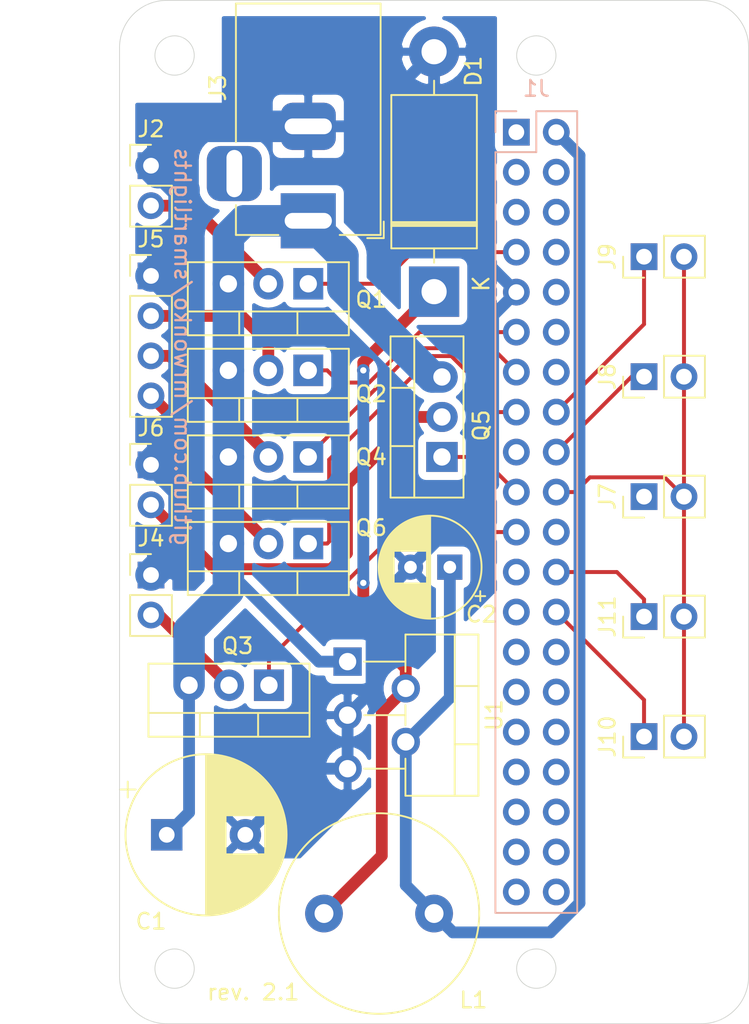
<source format=kicad_pcb>
(kicad_pcb (version 20171130) (host pcbnew "(5.1.5)-3")

  (general
    (thickness 1.6)
    (drawings 14)
    (tracks 139)
    (zones 0)
    (modules 22)
    (nets 49)
  )

  (page A4)
  (title_block
    (title "Smartlights Pi HAT")
  )

  (layers
    (0 F.Cu signal)
    (31 B.Cu signal)
    (32 B.Adhes user)
    (33 F.Adhes user)
    (34 B.Paste user)
    (35 F.Paste user)
    (36 B.SilkS user)
    (37 F.SilkS user)
    (38 B.Mask user)
    (39 F.Mask user)
    (40 Dwgs.User user)
    (41 Cmts.User user)
    (42 Eco1.User user)
    (43 Eco2.User user)
    (44 Edge.Cuts user)
    (45 Margin user)
    (46 B.CrtYd user)
    (47 F.CrtYd user)
    (48 B.Fab user)
    (49 F.Fab user)
  )

  (setup
    (last_trace_width 0.25)
    (user_trace_width 2)
    (trace_clearance 0.25)
    (zone_clearance 0.508)
    (zone_45_only no)
    (trace_min 0.2)
    (via_size 0.8)
    (via_drill 0.4)
    (via_min_size 0.4)
    (via_min_drill 0.3)
    (uvia_size 0.3)
    (uvia_drill 0.1)
    (uvias_allowed no)
    (uvia_min_size 0.2)
    (uvia_min_drill 0.1)
    (edge_width 0.05)
    (segment_width 0.2)
    (pcb_text_width 0.3)
    (pcb_text_size 1.5 1.5)
    (mod_edge_width 0.12)
    (mod_text_size 1 1)
    (mod_text_width 0.15)
    (pad_size 1.524 1.524)
    (pad_drill 0.762)
    (pad_to_mask_clearance 0.051)
    (solder_mask_min_width 0.25)
    (aux_axis_origin 100 130)
    (visible_elements 7FFFFFFF)
    (pcbplotparams
      (layerselection 0x010fc_ffffffff)
      (usegerberextensions false)
      (usegerberattributes false)
      (usegerberadvancedattributes false)
      (creategerberjobfile false)
      (excludeedgelayer true)
      (linewidth 0.100000)
      (plotframeref false)
      (viasonmask false)
      (mode 1)
      (useauxorigin false)
      (hpglpennumber 1)
      (hpglpenspeed 20)
      (hpglpendiameter 15.000000)
      (psnegative false)
      (psa4output false)
      (plotreference true)
      (plotvalue true)
      (plotinvisibletext false)
      (padsonsilk false)
      (subtractmaskfromsilk false)
      (outputformat 1)
      (mirror false)
      (drillshape 1)
      (scaleselection 1)
      (outputdirectory ""))
  )

  (net 0 "")
  (net 1 GND)
  (net 2 "Net-(J1-Pad40)")
  (net 3 "Net-(J1-Pad39)")
  (net 4 "Net-(J1-Pad38)")
  (net 5 "Net-(J1-Pad37)")
  (net 6 "Net-(J1-Pad36)")
  (net 7 "Net-(J1-Pad35)")
  (net 8 "Net-(J1-Pad34)")
  (net 9 "Net-(J1-Pad33)")
  (net 10 "Net-(J1-Pad32)")
  (net 11 "Net-(J1-Pad31)")
  (net 12 "Net-(J1-Pad30)")
  (net 13 "Net-(J1-Pad29)")
  (net 14 "Net-(J1-Pad28)")
  (net 15 "Net-(J1-Pad27)")
  (net 16 "Net-(J1-Pad26)")
  (net 17 "Net-(J1-Pad24)")
  (net 18 "Net-(J1-Pad23)")
  (net 19 "Net-(J1-Pad22)")
  (net 20 "Net-(J1-Pad20)")
  (net 21 "Net-(J1-Pad18)")
  (net 22 "Net-(J1-Pad17)")
  (net 23 "Net-(J1-Pad16)")
  (net 24 "Net-(J1-Pad14)")
  (net 25 "Net-(J1-Pad12)")
  (net 26 "Net-(J1-Pad10)")
  (net 27 "Net-(J1-Pad8)")
  (net 28 "Net-(J1-Pad5)")
  (net 29 "Net-(J1-Pad4)")
  (net 30 "Net-(J1-Pad3)")
  (net 31 "Net-(J1-Pad1)")
  (net 32 "Net-(J1-Pad25)")
  (net 33 "Net-(J1-Pad6)")
  (net 34 12V)
  (net 35 5V)
  (net 36 /Data_21)
  (net 37 /Data_19)
  (net 38 /Data_B)
  (net 39 /Data_G)
  (net 40 /Data_R)
  (net 41 /Data_7)
  (net 42 /PWR_7)
  (net 43 /PWR,21)
  (net 44 /PWR_B)
  (net 45 /PWR_G)
  (net 46 /PWR_R)
  (net 47 /PWR_19)
  (net 48 /5V_raw)

  (net_class Default "Dies ist die voreingestellte Netzklasse."
    (clearance 0.25)
    (trace_width 0.25)
    (via_dia 0.8)
    (via_drill 0.4)
    (uvia_dia 0.3)
    (uvia_drill 0.1)
    (add_net /5V_raw)
    (add_net /Data_19)
    (add_net /Data_21)
    (add_net /Data_7)
    (add_net /Data_B)
    (add_net /Data_G)
    (add_net /Data_R)
    (add_net /PWR,21)
    (add_net /PWR_19)
    (add_net /PWR_7)
    (add_net /PWR_B)
    (add_net /PWR_G)
    (add_net /PWR_R)
    (add_net 12V)
    (add_net 5V)
    (add_net "Net-(J1-Pad1)")
    (add_net "Net-(J1-Pad10)")
    (add_net "Net-(J1-Pad12)")
    (add_net "Net-(J1-Pad14)")
    (add_net "Net-(J1-Pad16)")
    (add_net "Net-(J1-Pad17)")
    (add_net "Net-(J1-Pad18)")
    (add_net "Net-(J1-Pad20)")
    (add_net "Net-(J1-Pad22)")
    (add_net "Net-(J1-Pad23)")
    (add_net "Net-(J1-Pad24)")
    (add_net "Net-(J1-Pad25)")
    (add_net "Net-(J1-Pad26)")
    (add_net "Net-(J1-Pad27)")
    (add_net "Net-(J1-Pad28)")
    (add_net "Net-(J1-Pad29)")
    (add_net "Net-(J1-Pad3)")
    (add_net "Net-(J1-Pad30)")
    (add_net "Net-(J1-Pad31)")
    (add_net "Net-(J1-Pad32)")
    (add_net "Net-(J1-Pad33)")
    (add_net "Net-(J1-Pad34)")
    (add_net "Net-(J1-Pad35)")
    (add_net "Net-(J1-Pad36)")
    (add_net "Net-(J1-Pad37)")
    (add_net "Net-(J1-Pad38)")
    (add_net "Net-(J1-Pad39)")
    (add_net "Net-(J1-Pad4)")
    (add_net "Net-(J1-Pad40)")
    (add_net "Net-(J1-Pad5)")
    (add_net "Net-(J1-Pad6)")
    (add_net "Net-(J1-Pad8)")
  )

  (net_class Power ""
    (clearance 0.25)
    (trace_width 0.75)
    (via_dia 0.8)
    (via_drill 0.4)
    (uvia_dia 0.3)
    (uvia_drill 0.1)
    (add_net GND)
  )

  (module Connector_PinHeader_2.54mm:PinHeader_1x02_P2.54mm_Vertical (layer F.Cu) (tedit 59FED5CC) (tstamp 5E6A90C7)
    (at 133.35 104.14 90)
    (descr "Through hole straight pin header, 1x02, 2.54mm pitch, single row")
    (tags "Through hole pin header THT 1x02 2.54mm single row")
    (path /5E7E2973)
    (fp_text reference J11 (at 0 -2.33 90) (layer F.SilkS)
      (effects (font (size 1 1) (thickness 0.15)))
    )
    (fp_text value Conn_01x02_MountingPin (at 0 4.87 90) (layer F.Fab)
      (effects (font (size 1 1) (thickness 0.15)))
    )
    (fp_text user %R (at 0 1.27) (layer F.Fab)
      (effects (font (size 1 1) (thickness 0.15)))
    )
    (fp_line (start 1.8 -1.8) (end -1.8 -1.8) (layer F.CrtYd) (width 0.05))
    (fp_line (start 1.8 4.35) (end 1.8 -1.8) (layer F.CrtYd) (width 0.05))
    (fp_line (start -1.8 4.35) (end 1.8 4.35) (layer F.CrtYd) (width 0.05))
    (fp_line (start -1.8 -1.8) (end -1.8 4.35) (layer F.CrtYd) (width 0.05))
    (fp_line (start -1.33 -1.33) (end 0 -1.33) (layer F.SilkS) (width 0.12))
    (fp_line (start -1.33 0) (end -1.33 -1.33) (layer F.SilkS) (width 0.12))
    (fp_line (start -1.33 1.27) (end 1.33 1.27) (layer F.SilkS) (width 0.12))
    (fp_line (start 1.33 1.27) (end 1.33 3.87) (layer F.SilkS) (width 0.12))
    (fp_line (start -1.33 1.27) (end -1.33 3.87) (layer F.SilkS) (width 0.12))
    (fp_line (start -1.33 3.87) (end 1.33 3.87) (layer F.SilkS) (width 0.12))
    (fp_line (start -1.27 -0.635) (end -0.635 -1.27) (layer F.Fab) (width 0.1))
    (fp_line (start -1.27 3.81) (end -1.27 -0.635) (layer F.Fab) (width 0.1))
    (fp_line (start 1.27 3.81) (end -1.27 3.81) (layer F.Fab) (width 0.1))
    (fp_line (start 1.27 -1.27) (end 1.27 3.81) (layer F.Fab) (width 0.1))
    (fp_line (start -0.635 -1.27) (end 1.27 -1.27) (layer F.Fab) (width 0.1))
    (pad 2 thru_hole oval (at 0 2.54 90) (size 1.7 1.7) (drill 1) (layers *.Cu *.Mask)
      (net 20 "Net-(J1-Pad20)"))
    (pad 1 thru_hole rect (at 0 0 90) (size 1.7 1.7) (drill 1) (layers *.Cu *.Mask)
      (net 17 "Net-(J1-Pad24)"))
    (model ${KISYS3DMOD}/Connector_PinHeader_2.54mm.3dshapes/PinHeader_1x02_P2.54mm_Vertical.wrl
      (at (xyz 0 0 0))
      (scale (xyz 1 1 1))
      (rotate (xyz 0 0 0))
    )
  )

  (module Connector_PinHeader_2.54mm:PinHeader_1x02_P2.54mm_Vertical (layer F.Cu) (tedit 59FED5CC) (tstamp 5E6A8E65)
    (at 133.35 111.76 90)
    (descr "Through hole straight pin header, 1x02, 2.54mm pitch, single row")
    (tags "Through hole pin header THT 1x02 2.54mm single row")
    (path /5E7E2D89)
    (fp_text reference J10 (at 0 -2.33 90) (layer F.SilkS)
      (effects (font (size 1 1) (thickness 0.15)))
    )
    (fp_text value Conn_01x02_MountingPin (at 0 4.87 90) (layer F.Fab)
      (effects (font (size 1 1) (thickness 0.15)))
    )
    (fp_text user %R (at 0 1.27) (layer F.Fab)
      (effects (font (size 1 1) (thickness 0.15)))
    )
    (fp_line (start 1.8 -1.8) (end -1.8 -1.8) (layer F.CrtYd) (width 0.05))
    (fp_line (start 1.8 4.35) (end 1.8 -1.8) (layer F.CrtYd) (width 0.05))
    (fp_line (start -1.8 4.35) (end 1.8 4.35) (layer F.CrtYd) (width 0.05))
    (fp_line (start -1.8 -1.8) (end -1.8 4.35) (layer F.CrtYd) (width 0.05))
    (fp_line (start -1.33 -1.33) (end 0 -1.33) (layer F.SilkS) (width 0.12))
    (fp_line (start -1.33 0) (end -1.33 -1.33) (layer F.SilkS) (width 0.12))
    (fp_line (start -1.33 1.27) (end 1.33 1.27) (layer F.SilkS) (width 0.12))
    (fp_line (start 1.33 1.27) (end 1.33 3.87) (layer F.SilkS) (width 0.12))
    (fp_line (start -1.33 1.27) (end -1.33 3.87) (layer F.SilkS) (width 0.12))
    (fp_line (start -1.33 3.87) (end 1.33 3.87) (layer F.SilkS) (width 0.12))
    (fp_line (start -1.27 -0.635) (end -0.635 -1.27) (layer F.Fab) (width 0.1))
    (fp_line (start -1.27 3.81) (end -1.27 -0.635) (layer F.Fab) (width 0.1))
    (fp_line (start 1.27 3.81) (end -1.27 3.81) (layer F.Fab) (width 0.1))
    (fp_line (start 1.27 -1.27) (end 1.27 3.81) (layer F.Fab) (width 0.1))
    (fp_line (start -0.635 -1.27) (end 1.27 -1.27) (layer F.Fab) (width 0.1))
    (pad 2 thru_hole oval (at 0 2.54 90) (size 1.7 1.7) (drill 1) (layers *.Cu *.Mask)
      (net 20 "Net-(J1-Pad20)"))
    (pad 1 thru_hole rect (at 0 0 90) (size 1.7 1.7) (drill 1) (layers *.Cu *.Mask)
      (net 16 "Net-(J1-Pad26)"))
    (model ${KISYS3DMOD}/Connector_PinHeader_2.54mm.3dshapes/PinHeader_1x02_P2.54mm_Vertical.wrl
      (at (xyz 0 0 0))
      (scale (xyz 1 1 1))
      (rotate (xyz 0 0 0))
    )
  )

  (module Connector_PinHeader_2.54mm:PinHeader_1x02_P2.54mm_Vertical (layer F.Cu) (tedit 59FED5CC) (tstamp 5E6A71A4)
    (at 133.35 81.28 90)
    (descr "Through hole straight pin header, 1x02, 2.54mm pitch, single row")
    (tags "Through hole pin header THT 1x02 2.54mm single row")
    (path /5E7C7DFD)
    (fp_text reference J9 (at 0 -2.33 90) (layer F.SilkS)
      (effects (font (size 1 1) (thickness 0.15)))
    )
    (fp_text value Conn_01x02_MountingPin (at 0 4.87 90) (layer F.Fab)
      (effects (font (size 1 1) (thickness 0.15)))
    )
    (fp_text user %R (at 0 1.27) (layer F.Fab)
      (effects (font (size 1 1) (thickness 0.15)))
    )
    (fp_line (start 1.8 -1.8) (end -1.8 -1.8) (layer F.CrtYd) (width 0.05))
    (fp_line (start 1.8 4.35) (end 1.8 -1.8) (layer F.CrtYd) (width 0.05))
    (fp_line (start -1.8 4.35) (end 1.8 4.35) (layer F.CrtYd) (width 0.05))
    (fp_line (start -1.8 -1.8) (end -1.8 4.35) (layer F.CrtYd) (width 0.05))
    (fp_line (start -1.33 -1.33) (end 0 -1.33) (layer F.SilkS) (width 0.12))
    (fp_line (start -1.33 0) (end -1.33 -1.33) (layer F.SilkS) (width 0.12))
    (fp_line (start -1.33 1.27) (end 1.33 1.27) (layer F.SilkS) (width 0.12))
    (fp_line (start 1.33 1.27) (end 1.33 3.87) (layer F.SilkS) (width 0.12))
    (fp_line (start -1.33 1.27) (end -1.33 3.87) (layer F.SilkS) (width 0.12))
    (fp_line (start -1.33 3.87) (end 1.33 3.87) (layer F.SilkS) (width 0.12))
    (fp_line (start -1.27 -0.635) (end -0.635 -1.27) (layer F.Fab) (width 0.1))
    (fp_line (start -1.27 3.81) (end -1.27 -0.635) (layer F.Fab) (width 0.1))
    (fp_line (start 1.27 3.81) (end -1.27 3.81) (layer F.Fab) (width 0.1))
    (fp_line (start 1.27 -1.27) (end 1.27 3.81) (layer F.Fab) (width 0.1))
    (fp_line (start -0.635 -1.27) (end 1.27 -1.27) (layer F.Fab) (width 0.1))
    (pad 2 thru_hole oval (at 0 2.54 90) (size 1.7 1.7) (drill 1) (layers *.Cu *.Mask)
      (net 20 "Net-(J1-Pad20)"))
    (pad 1 thru_hole rect (at 0 0 90) (size 1.7 1.7) (drill 1) (layers *.Cu *.Mask)
      (net 23 "Net-(J1-Pad16)"))
    (model ${KISYS3DMOD}/Connector_PinHeader_2.54mm.3dshapes/PinHeader_1x02_P2.54mm_Vertical.wrl
      (at (xyz 0 0 0))
      (scale (xyz 1 1 1))
      (rotate (xyz 0 0 0))
    )
  )

  (module Connector_PinHeader_2.54mm:PinHeader_1x02_P2.54mm_Vertical (layer F.Cu) (tedit 59FED5CC) (tstamp 5E6A72A2)
    (at 133.35 88.9 90)
    (descr "Through hole straight pin header, 1x02, 2.54mm pitch, single row")
    (tags "Through hole pin header THT 1x02 2.54mm single row")
    (path /5E7C76E0)
    (fp_text reference J8 (at 0 -2.33 90) (layer F.SilkS)
      (effects (font (size 1 1) (thickness 0.15)))
    )
    (fp_text value Conn_01x02_MountingPin (at 0 4.87 90) (layer F.Fab)
      (effects (font (size 1 1) (thickness 0.15)))
    )
    (fp_text user %R (at 0 1.27) (layer F.Fab)
      (effects (font (size 1 1) (thickness 0.15)))
    )
    (fp_line (start 1.8 -1.8) (end -1.8 -1.8) (layer F.CrtYd) (width 0.05))
    (fp_line (start 1.8 4.35) (end 1.8 -1.8) (layer F.CrtYd) (width 0.05))
    (fp_line (start -1.8 4.35) (end 1.8 4.35) (layer F.CrtYd) (width 0.05))
    (fp_line (start -1.8 -1.8) (end -1.8 4.35) (layer F.CrtYd) (width 0.05))
    (fp_line (start -1.33 -1.33) (end 0 -1.33) (layer F.SilkS) (width 0.12))
    (fp_line (start -1.33 0) (end -1.33 -1.33) (layer F.SilkS) (width 0.12))
    (fp_line (start -1.33 1.27) (end 1.33 1.27) (layer F.SilkS) (width 0.12))
    (fp_line (start 1.33 1.27) (end 1.33 3.87) (layer F.SilkS) (width 0.12))
    (fp_line (start -1.33 1.27) (end -1.33 3.87) (layer F.SilkS) (width 0.12))
    (fp_line (start -1.33 3.87) (end 1.33 3.87) (layer F.SilkS) (width 0.12))
    (fp_line (start -1.27 -0.635) (end -0.635 -1.27) (layer F.Fab) (width 0.1))
    (fp_line (start -1.27 3.81) (end -1.27 -0.635) (layer F.Fab) (width 0.1))
    (fp_line (start 1.27 3.81) (end -1.27 3.81) (layer F.Fab) (width 0.1))
    (fp_line (start 1.27 -1.27) (end 1.27 3.81) (layer F.Fab) (width 0.1))
    (fp_line (start -0.635 -1.27) (end 1.27 -1.27) (layer F.Fab) (width 0.1))
    (pad 2 thru_hole oval (at 0 2.54 90) (size 1.7 1.7) (drill 1) (layers *.Cu *.Mask)
      (net 20 "Net-(J1-Pad20)"))
    (pad 1 thru_hole rect (at 0 0 90) (size 1.7 1.7) (drill 1) (layers *.Cu *.Mask)
      (net 21 "Net-(J1-Pad18)"))
    (model ${KISYS3DMOD}/Connector_PinHeader_2.54mm.3dshapes/PinHeader_1x02_P2.54mm_Vertical.wrl
      (at (xyz 0 0 0))
      (scale (xyz 1 1 1))
      (rotate (xyz 0 0 0))
    )
  )

  (module Connector_PinHeader_2.54mm:PinHeader_1x02_P2.54mm_Vertical (layer F.Cu) (tedit 59FED5CC) (tstamp 5E6A82B4)
    (at 133.35 96.52 90)
    (descr "Through hole straight pin header, 1x02, 2.54mm pitch, single row")
    (tags "Through hole pin header THT 1x02 2.54mm single row")
    (path /5E7C68E8)
    (fp_text reference J7 (at 0 -2.33 90) (layer F.SilkS)
      (effects (font (size 1 1) (thickness 0.15)))
    )
    (fp_text value Conn_01x02_MountingPin (at 0 4.87 90) (layer F.Fab)
      (effects (font (size 1 1) (thickness 0.15)))
    )
    (fp_text user %R (at 0 1.27) (layer F.Fab)
      (effects (font (size 1 1) (thickness 0.15)))
    )
    (fp_line (start 1.8 -1.8) (end -1.8 -1.8) (layer F.CrtYd) (width 0.05))
    (fp_line (start 1.8 4.35) (end 1.8 -1.8) (layer F.CrtYd) (width 0.05))
    (fp_line (start -1.8 4.35) (end 1.8 4.35) (layer F.CrtYd) (width 0.05))
    (fp_line (start -1.8 -1.8) (end -1.8 4.35) (layer F.CrtYd) (width 0.05))
    (fp_line (start -1.33 -1.33) (end 0 -1.33) (layer F.SilkS) (width 0.12))
    (fp_line (start -1.33 0) (end -1.33 -1.33) (layer F.SilkS) (width 0.12))
    (fp_line (start -1.33 1.27) (end 1.33 1.27) (layer F.SilkS) (width 0.12))
    (fp_line (start 1.33 1.27) (end 1.33 3.87) (layer F.SilkS) (width 0.12))
    (fp_line (start -1.33 1.27) (end -1.33 3.87) (layer F.SilkS) (width 0.12))
    (fp_line (start -1.33 3.87) (end 1.33 3.87) (layer F.SilkS) (width 0.12))
    (fp_line (start -1.27 -0.635) (end -0.635 -1.27) (layer F.Fab) (width 0.1))
    (fp_line (start -1.27 3.81) (end -1.27 -0.635) (layer F.Fab) (width 0.1))
    (fp_line (start 1.27 3.81) (end -1.27 3.81) (layer F.Fab) (width 0.1))
    (fp_line (start 1.27 -1.27) (end 1.27 3.81) (layer F.Fab) (width 0.1))
    (fp_line (start -0.635 -1.27) (end 1.27 -1.27) (layer F.Fab) (width 0.1))
    (pad 2 thru_hole oval (at 0 2.54 90) (size 1.7 1.7) (drill 1) (layers *.Cu *.Mask)
      (net 20 "Net-(J1-Pad20)"))
    (pad 1 thru_hole rect (at 0 0 90) (size 1.7 1.7) (drill 1) (layers *.Cu *.Mask)
      (net 19 "Net-(J1-Pad22)"))
    (model ${KISYS3DMOD}/Connector_PinHeader_2.54mm.3dshapes/PinHeader_1x02_P2.54mm_Vertical.wrl
      (at (xyz 0 0 0))
      (scale (xyz 1 1 1))
      (rotate (xyz 0 0 0))
    )
  )

  (module Package_TO_SOT_THT:TO-220-3_Vertical (layer F.Cu) (tedit 5AC8BA0D) (tstamp 5E61A64D)
    (at 112 99.5 180)
    (descr "TO-220-3, Vertical, RM 2.54mm, see https://www.vishay.com/docs/66542/to-220-1.pdf")
    (tags "TO-220-3 Vertical RM 2.54mm")
    (path /5E660308)
    (fp_text reference Q6 (at -4 1) (layer F.SilkS)
      (effects (font (size 1 1) (thickness 0.15)))
    )
    (fp_text value IRLZ34N (at 2.54 2.5) (layer F.Fab)
      (effects (font (size 1 1) (thickness 0.15)))
    )
    (fp_text user %R (at 2.54 -4.27) (layer F.Fab)
      (effects (font (size 1 1) (thickness 0.15)))
    )
    (fp_line (start 7.79 -3.4) (end -2.71 -3.4) (layer F.CrtYd) (width 0.05))
    (fp_line (start 7.79 1.51) (end 7.79 -3.4) (layer F.CrtYd) (width 0.05))
    (fp_line (start -2.71 1.51) (end 7.79 1.51) (layer F.CrtYd) (width 0.05))
    (fp_line (start -2.71 -3.4) (end -2.71 1.51) (layer F.CrtYd) (width 0.05))
    (fp_line (start 4.391 -3.27) (end 4.391 -1.76) (layer F.SilkS) (width 0.12))
    (fp_line (start 0.69 -3.27) (end 0.69 -1.76) (layer F.SilkS) (width 0.12))
    (fp_line (start -2.58 -1.76) (end 7.66 -1.76) (layer F.SilkS) (width 0.12))
    (fp_line (start 7.66 -3.27) (end 7.66 1.371) (layer F.SilkS) (width 0.12))
    (fp_line (start -2.58 -3.27) (end -2.58 1.371) (layer F.SilkS) (width 0.12))
    (fp_line (start -2.58 1.371) (end 7.66 1.371) (layer F.SilkS) (width 0.12))
    (fp_line (start -2.58 -3.27) (end 7.66 -3.27) (layer F.SilkS) (width 0.12))
    (fp_line (start 4.39 -3.15) (end 4.39 -1.88) (layer F.Fab) (width 0.1))
    (fp_line (start 0.69 -3.15) (end 0.69 -1.88) (layer F.Fab) (width 0.1))
    (fp_line (start -2.46 -1.88) (end 7.54 -1.88) (layer F.Fab) (width 0.1))
    (fp_line (start 7.54 -3.15) (end -2.46 -3.15) (layer F.Fab) (width 0.1))
    (fp_line (start 7.54 1.25) (end 7.54 -3.15) (layer F.Fab) (width 0.1))
    (fp_line (start -2.46 1.25) (end 7.54 1.25) (layer F.Fab) (width 0.1))
    (fp_line (start -2.46 -3.15) (end -2.46 1.25) (layer F.Fab) (width 0.1))
    (pad 3 thru_hole oval (at 5.08 0 180) (size 1.905 2) (drill 1.1) (layers *.Cu *.Mask)
      (net 34 12V))
    (pad 2 thru_hole oval (at 2.54 0 180) (size 1.905 2) (drill 1.1) (layers *.Cu *.Mask)
      (net 44 /PWR_B))
    (pad 1 thru_hole rect (at 0 0 180) (size 1.905 2) (drill 1.1) (layers *.Cu *.Mask)
      (net 38 /Data_B))
    (model ${KISYS3DMOD}/Package_TO_SOT_THT.3dshapes/TO-220-3_Vertical.wrl
      (at (xyz 0 0 0))
      (scale (xyz 1 1 1))
      (rotate (xyz 0 0 0))
    )
  )

  (module Package_TO_SOT_THT:TO-220-3_Vertical (layer F.Cu) (tedit 5AC8BA0D) (tstamp 5E61A4E8)
    (at 120.5 94 90)
    (descr "TO-220-3, Vertical, RM 2.54mm, see https://www.vishay.com/docs/66542/to-220-1.pdf")
    (tags "TO-220-3 Vertical RM 2.54mm")
    (path /5E66772F)
    (fp_text reference Q5 (at 2 2.5 90) (layer F.SilkS)
      (effects (font (size 1 1) (thickness 0.15)))
    )
    (fp_text value IRLZ34N (at 2.54 2.5 90) (layer F.Fab)
      (effects (font (size 1 1) (thickness 0.15)))
    )
    (fp_text user %R (at 2.54 -4.27 90) (layer F.Fab)
      (effects (font (size 1 1) (thickness 0.15)))
    )
    (fp_line (start 7.79 -3.4) (end -2.71 -3.4) (layer F.CrtYd) (width 0.05))
    (fp_line (start 7.79 1.51) (end 7.79 -3.4) (layer F.CrtYd) (width 0.05))
    (fp_line (start -2.71 1.51) (end 7.79 1.51) (layer F.CrtYd) (width 0.05))
    (fp_line (start -2.71 -3.4) (end -2.71 1.51) (layer F.CrtYd) (width 0.05))
    (fp_line (start 4.391 -3.27) (end 4.391 -1.76) (layer F.SilkS) (width 0.12))
    (fp_line (start 0.69 -3.27) (end 0.69 -1.76) (layer F.SilkS) (width 0.12))
    (fp_line (start -2.58 -1.76) (end 7.66 -1.76) (layer F.SilkS) (width 0.12))
    (fp_line (start 7.66 -3.27) (end 7.66 1.371) (layer F.SilkS) (width 0.12))
    (fp_line (start -2.58 -3.27) (end -2.58 1.371) (layer F.SilkS) (width 0.12))
    (fp_line (start -2.58 1.371) (end 7.66 1.371) (layer F.SilkS) (width 0.12))
    (fp_line (start -2.58 -3.27) (end 7.66 -3.27) (layer F.SilkS) (width 0.12))
    (fp_line (start 4.39 -3.15) (end 4.39 -1.88) (layer F.Fab) (width 0.1))
    (fp_line (start 0.69 -3.15) (end 0.69 -1.88) (layer F.Fab) (width 0.1))
    (fp_line (start -2.46 -1.88) (end 7.54 -1.88) (layer F.Fab) (width 0.1))
    (fp_line (start 7.54 -3.15) (end -2.46 -3.15) (layer F.Fab) (width 0.1))
    (fp_line (start 7.54 1.25) (end 7.54 -3.15) (layer F.Fab) (width 0.1))
    (fp_line (start -2.46 1.25) (end 7.54 1.25) (layer F.Fab) (width 0.1))
    (fp_line (start -2.46 -3.15) (end -2.46 1.25) (layer F.Fab) (width 0.1))
    (pad 3 thru_hole oval (at 5.08 0 90) (size 1.905 2) (drill 1.1) (layers *.Cu *.Mask)
      (net 34 12V))
    (pad 2 thru_hole oval (at 2.54 0 90) (size 1.905 2) (drill 1.1) (layers *.Cu *.Mask)
      (net 47 /PWR_19))
    (pad 1 thru_hole rect (at 0 0 90) (size 1.905 2) (drill 1.1) (layers *.Cu *.Mask)
      (net 37 /Data_19))
    (model ${KISYS3DMOD}/Package_TO_SOT_THT.3dshapes/TO-220-3_Vertical.wrl
      (at (xyz 0 0 0))
      (scale (xyz 1 1 1))
      (rotate (xyz 0 0 0))
    )
  )

  (module Package_TO_SOT_THT:TO-220-3_Vertical (layer F.Cu) (tedit 5AC8BA0D) (tstamp 5E61A45E)
    (at 112 94 180)
    (descr "TO-220-3, Vertical, RM 2.54mm, see https://www.vishay.com/docs/66542/to-220-1.pdf")
    (tags "TO-220-3 Vertical RM 2.54mm")
    (path /5E6648A2)
    (fp_text reference Q4 (at -4 0) (layer F.SilkS)
      (effects (font (size 1 1) (thickness 0.15)))
    )
    (fp_text value IRLZ34N (at 2.54 2.5) (layer F.Fab)
      (effects (font (size 1 1) (thickness 0.15)))
    )
    (fp_text user %R (at 2.54 -4.27) (layer F.Fab)
      (effects (font (size 1 1) (thickness 0.15)))
    )
    (fp_line (start 7.79 -3.4) (end -2.71 -3.4) (layer F.CrtYd) (width 0.05))
    (fp_line (start 7.79 1.51) (end 7.79 -3.4) (layer F.CrtYd) (width 0.05))
    (fp_line (start -2.71 1.51) (end 7.79 1.51) (layer F.CrtYd) (width 0.05))
    (fp_line (start -2.71 -3.4) (end -2.71 1.51) (layer F.CrtYd) (width 0.05))
    (fp_line (start 4.391 -3.27) (end 4.391 -1.76) (layer F.SilkS) (width 0.12))
    (fp_line (start 0.69 -3.27) (end 0.69 -1.76) (layer F.SilkS) (width 0.12))
    (fp_line (start -2.58 -1.76) (end 7.66 -1.76) (layer F.SilkS) (width 0.12))
    (fp_line (start 7.66 -3.27) (end 7.66 1.371) (layer F.SilkS) (width 0.12))
    (fp_line (start -2.58 -3.27) (end -2.58 1.371) (layer F.SilkS) (width 0.12))
    (fp_line (start -2.58 1.371) (end 7.66 1.371) (layer F.SilkS) (width 0.12))
    (fp_line (start -2.58 -3.27) (end 7.66 -3.27) (layer F.SilkS) (width 0.12))
    (fp_line (start 4.39 -3.15) (end 4.39 -1.88) (layer F.Fab) (width 0.1))
    (fp_line (start 0.69 -3.15) (end 0.69 -1.88) (layer F.Fab) (width 0.1))
    (fp_line (start -2.46 -1.88) (end 7.54 -1.88) (layer F.Fab) (width 0.1))
    (fp_line (start 7.54 -3.15) (end -2.46 -3.15) (layer F.Fab) (width 0.1))
    (fp_line (start 7.54 1.25) (end 7.54 -3.15) (layer F.Fab) (width 0.1))
    (fp_line (start -2.46 1.25) (end 7.54 1.25) (layer F.Fab) (width 0.1))
    (fp_line (start -2.46 -3.15) (end -2.46 1.25) (layer F.Fab) (width 0.1))
    (pad 3 thru_hole oval (at 5.08 0 180) (size 1.905 2) (drill 1.1) (layers *.Cu *.Mask)
      (net 34 12V))
    (pad 2 thru_hole oval (at 2.54 0 180) (size 1.905 2) (drill 1.1) (layers *.Cu *.Mask)
      (net 45 /PWR_G))
    (pad 1 thru_hole rect (at 0 0 180) (size 1.905 2) (drill 1.1) (layers *.Cu *.Mask)
      (net 39 /Data_G))
    (model ${KISYS3DMOD}/Package_TO_SOT_THT.3dshapes/TO-220-3_Vertical.wrl
      (at (xyz 0 0 0))
      (scale (xyz 1 1 1))
      (rotate (xyz 0 0 0))
    )
  )

  (module Package_TO_SOT_THT:TO-220-3_Vertical (layer F.Cu) (tedit 5AC8BA0D) (tstamp 5E61A533)
    (at 109.5 108.5 180)
    (descr "TO-220-3, Vertical, RM 2.54mm, see https://www.vishay.com/docs/66542/to-220-1.pdf")
    (tags "TO-220-3 Vertical RM 2.54mm")
    (path /5E665F41)
    (fp_text reference Q3 (at 2 2.5) (layer F.SilkS)
      (effects (font (size 1 1) (thickness 0.15)))
    )
    (fp_text value IRLZ34N (at 2.54 2.5) (layer F.Fab)
      (effects (font (size 1 1) (thickness 0.15)))
    )
    (fp_text user %R (at 2.54 -4.27) (layer F.Fab)
      (effects (font (size 1 1) (thickness 0.15)))
    )
    (fp_line (start 7.79 -3.4) (end -2.71 -3.4) (layer F.CrtYd) (width 0.05))
    (fp_line (start 7.79 1.51) (end 7.79 -3.4) (layer F.CrtYd) (width 0.05))
    (fp_line (start -2.71 1.51) (end 7.79 1.51) (layer F.CrtYd) (width 0.05))
    (fp_line (start -2.71 -3.4) (end -2.71 1.51) (layer F.CrtYd) (width 0.05))
    (fp_line (start 4.391 -3.27) (end 4.391 -1.76) (layer F.SilkS) (width 0.12))
    (fp_line (start 0.69 -3.27) (end 0.69 -1.76) (layer F.SilkS) (width 0.12))
    (fp_line (start -2.58 -1.76) (end 7.66 -1.76) (layer F.SilkS) (width 0.12))
    (fp_line (start 7.66 -3.27) (end 7.66 1.371) (layer F.SilkS) (width 0.12))
    (fp_line (start -2.58 -3.27) (end -2.58 1.371) (layer F.SilkS) (width 0.12))
    (fp_line (start -2.58 1.371) (end 7.66 1.371) (layer F.SilkS) (width 0.12))
    (fp_line (start -2.58 -3.27) (end 7.66 -3.27) (layer F.SilkS) (width 0.12))
    (fp_line (start 4.39 -3.15) (end 4.39 -1.88) (layer F.Fab) (width 0.1))
    (fp_line (start 0.69 -3.15) (end 0.69 -1.88) (layer F.Fab) (width 0.1))
    (fp_line (start -2.46 -1.88) (end 7.54 -1.88) (layer F.Fab) (width 0.1))
    (fp_line (start 7.54 -3.15) (end -2.46 -3.15) (layer F.Fab) (width 0.1))
    (fp_line (start 7.54 1.25) (end 7.54 -3.15) (layer F.Fab) (width 0.1))
    (fp_line (start -2.46 1.25) (end 7.54 1.25) (layer F.Fab) (width 0.1))
    (fp_line (start -2.46 -3.15) (end -2.46 1.25) (layer F.Fab) (width 0.1))
    (pad 3 thru_hole oval (at 5.08 0 180) (size 1.905 2) (drill 1.1) (layers *.Cu *.Mask)
      (net 34 12V))
    (pad 2 thru_hole oval (at 2.54 0 180) (size 1.905 2) (drill 1.1) (layers *.Cu *.Mask)
      (net 43 /PWR,21))
    (pad 1 thru_hole rect (at 0 0 180) (size 1.905 2) (drill 1.1) (layers *.Cu *.Mask)
      (net 36 /Data_21))
    (model ${KISYS3DMOD}/Package_TO_SOT_THT.3dshapes/TO-220-3_Vertical.wrl
      (at (xyz 0 0 0))
      (scale (xyz 1 1 1))
      (rotate (xyz 0 0 0))
    )
  )

  (module Package_TO_SOT_THT:TO-220-3_Vertical (layer F.Cu) (tedit 5AC8BA0D) (tstamp 5E61A602)
    (at 112 88.5 180)
    (descr "TO-220-3, Vertical, RM 2.54mm, see https://www.vishay.com/docs/66542/to-220-1.pdf")
    (tags "TO-220-3 Vertical RM 2.54mm")
    (path /5E66544B)
    (fp_text reference Q2 (at -4 -1.5) (layer F.SilkS)
      (effects (font (size 1 1) (thickness 0.15)))
    )
    (fp_text value IRLZ34N (at 2.54 2.5) (layer F.Fab)
      (effects (font (size 1 1) (thickness 0.15)))
    )
    (fp_text user %R (at 2.54 -4.27) (layer F.Fab)
      (effects (font (size 1 1) (thickness 0.15)))
    )
    (fp_line (start 7.79 -3.4) (end -2.71 -3.4) (layer F.CrtYd) (width 0.05))
    (fp_line (start 7.79 1.51) (end 7.79 -3.4) (layer F.CrtYd) (width 0.05))
    (fp_line (start -2.71 1.51) (end 7.79 1.51) (layer F.CrtYd) (width 0.05))
    (fp_line (start -2.71 -3.4) (end -2.71 1.51) (layer F.CrtYd) (width 0.05))
    (fp_line (start 4.391 -3.27) (end 4.391 -1.76) (layer F.SilkS) (width 0.12))
    (fp_line (start 0.69 -3.27) (end 0.69 -1.76) (layer F.SilkS) (width 0.12))
    (fp_line (start -2.58 -1.76) (end 7.66 -1.76) (layer F.SilkS) (width 0.12))
    (fp_line (start 7.66 -3.27) (end 7.66 1.371) (layer F.SilkS) (width 0.12))
    (fp_line (start -2.58 -3.27) (end -2.58 1.371) (layer F.SilkS) (width 0.12))
    (fp_line (start -2.58 1.371) (end 7.66 1.371) (layer F.SilkS) (width 0.12))
    (fp_line (start -2.58 -3.27) (end 7.66 -3.27) (layer F.SilkS) (width 0.12))
    (fp_line (start 4.39 -3.15) (end 4.39 -1.88) (layer F.Fab) (width 0.1))
    (fp_line (start 0.69 -3.15) (end 0.69 -1.88) (layer F.Fab) (width 0.1))
    (fp_line (start -2.46 -1.88) (end 7.54 -1.88) (layer F.Fab) (width 0.1))
    (fp_line (start 7.54 -3.15) (end -2.46 -3.15) (layer F.Fab) (width 0.1))
    (fp_line (start 7.54 1.25) (end 7.54 -3.15) (layer F.Fab) (width 0.1))
    (fp_line (start -2.46 1.25) (end 7.54 1.25) (layer F.Fab) (width 0.1))
    (fp_line (start -2.46 -3.15) (end -2.46 1.25) (layer F.Fab) (width 0.1))
    (pad 3 thru_hole oval (at 5.08 0 180) (size 1.905 2) (drill 1.1) (layers *.Cu *.Mask)
      (net 34 12V))
    (pad 2 thru_hole oval (at 2.54 0 180) (size 1.905 2) (drill 1.1) (layers *.Cu *.Mask)
      (net 46 /PWR_R))
    (pad 1 thru_hole rect (at 0 0 180) (size 1.905 2) (drill 1.1) (layers *.Cu *.Mask)
      (net 40 /Data_R))
    (model ${KISYS3DMOD}/Package_TO_SOT_THT.3dshapes/TO-220-3_Vertical.wrl
      (at (xyz 0 0 0))
      (scale (xyz 1 1 1))
      (rotate (xyz 0 0 0))
    )
  )

  (module Connector_PinHeader_2.54mm:PinHeader_1x02_P2.54mm_Vertical (layer F.Cu) (tedit 59FED5CC) (tstamp 5E61A57A)
    (at 102 94.5)
    (descr "Through hole straight pin header, 1x02, 2.54mm pitch, single row")
    (tags "Through hole pin header THT 1x02 2.54mm single row")
    (path /5E67B518)
    (fp_text reference J6 (at 0 -2.33) (layer F.SilkS)
      (effects (font (size 1 1) (thickness 0.15)))
    )
    (fp_text value Conn_01x02_MountingPin (at 0 4.87) (layer F.Fab)
      (effects (font (size 1 1) (thickness 0.15)))
    )
    (fp_text user %R (at 0 1.27 90) (layer F.Fab)
      (effects (font (size 1 1) (thickness 0.15)))
    )
    (fp_line (start 1.8 -1.8) (end -1.8 -1.8) (layer F.CrtYd) (width 0.05))
    (fp_line (start 1.8 4.35) (end 1.8 -1.8) (layer F.CrtYd) (width 0.05))
    (fp_line (start -1.8 4.35) (end 1.8 4.35) (layer F.CrtYd) (width 0.05))
    (fp_line (start -1.8 -1.8) (end -1.8 4.35) (layer F.CrtYd) (width 0.05))
    (fp_line (start -1.33 -1.33) (end 0 -1.33) (layer F.SilkS) (width 0.12))
    (fp_line (start -1.33 0) (end -1.33 -1.33) (layer F.SilkS) (width 0.12))
    (fp_line (start -1.33 1.27) (end 1.33 1.27) (layer F.SilkS) (width 0.12))
    (fp_line (start 1.33 1.27) (end 1.33 3.87) (layer F.SilkS) (width 0.12))
    (fp_line (start -1.33 1.27) (end -1.33 3.87) (layer F.SilkS) (width 0.12))
    (fp_line (start -1.33 3.87) (end 1.33 3.87) (layer F.SilkS) (width 0.12))
    (fp_line (start -1.27 -0.635) (end -0.635 -1.27) (layer F.Fab) (width 0.1))
    (fp_line (start -1.27 3.81) (end -1.27 -0.635) (layer F.Fab) (width 0.1))
    (fp_line (start 1.27 3.81) (end -1.27 3.81) (layer F.Fab) (width 0.1))
    (fp_line (start 1.27 -1.27) (end 1.27 3.81) (layer F.Fab) (width 0.1))
    (fp_line (start -0.635 -1.27) (end 1.27 -1.27) (layer F.Fab) (width 0.1))
    (pad 2 thru_hole oval (at 0 2.54) (size 1.7 1.7) (drill 1) (layers *.Cu *.Mask)
      (net 47 /PWR_19))
    (pad 1 thru_hole rect (at 0 0) (size 1.7 1.7) (drill 1) (layers *.Cu *.Mask)
      (net 1 GND))
    (model ${KISYS3DMOD}/Connector_PinHeader_2.54mm.3dshapes/PinHeader_1x02_P2.54mm_Vertical.wrl
      (at (xyz 0 0 0))
      (scale (xyz 1 1 1))
      (rotate (xyz 0 0 0))
    )
  )

  (module Connector_PinHeader_2.54mm:PinHeader_1x04_P2.54mm_Vertical (layer F.Cu) (tedit 59FED5CC) (tstamp 5E61A5BB)
    (at 102 82.5)
    (descr "Through hole straight pin header, 1x04, 2.54mm pitch, single row")
    (tags "Through hole pin header THT 1x04 2.54mm single row")
    (path /5E66A677)
    (fp_text reference J5 (at 0 -2.33) (layer F.SilkS)
      (effects (font (size 1 1) (thickness 0.15)))
    )
    (fp_text value Conn_01x04 (at 0 9.95) (layer F.Fab)
      (effects (font (size 1 1) (thickness 0.15)))
    )
    (fp_text user %R (at 0 3.81 90) (layer F.Fab)
      (effects (font (size 1 1) (thickness 0.15)))
    )
    (fp_line (start 1.8 -1.8) (end -1.8 -1.8) (layer F.CrtYd) (width 0.05))
    (fp_line (start 1.8 9.4) (end 1.8 -1.8) (layer F.CrtYd) (width 0.05))
    (fp_line (start -1.8 9.4) (end 1.8 9.4) (layer F.CrtYd) (width 0.05))
    (fp_line (start -1.8 -1.8) (end -1.8 9.4) (layer F.CrtYd) (width 0.05))
    (fp_line (start -1.33 -1.33) (end 0 -1.33) (layer F.SilkS) (width 0.12))
    (fp_line (start -1.33 0) (end -1.33 -1.33) (layer F.SilkS) (width 0.12))
    (fp_line (start -1.33 1.27) (end 1.33 1.27) (layer F.SilkS) (width 0.12))
    (fp_line (start 1.33 1.27) (end 1.33 8.95) (layer F.SilkS) (width 0.12))
    (fp_line (start -1.33 1.27) (end -1.33 8.95) (layer F.SilkS) (width 0.12))
    (fp_line (start -1.33 8.95) (end 1.33 8.95) (layer F.SilkS) (width 0.12))
    (fp_line (start -1.27 -0.635) (end -0.635 -1.27) (layer F.Fab) (width 0.1))
    (fp_line (start -1.27 8.89) (end -1.27 -0.635) (layer F.Fab) (width 0.1))
    (fp_line (start 1.27 8.89) (end -1.27 8.89) (layer F.Fab) (width 0.1))
    (fp_line (start 1.27 -1.27) (end 1.27 8.89) (layer F.Fab) (width 0.1))
    (fp_line (start -0.635 -1.27) (end 1.27 -1.27) (layer F.Fab) (width 0.1))
    (pad 4 thru_hole oval (at 0 7.62) (size 1.7 1.7) (drill 1) (layers *.Cu *.Mask)
      (net 44 /PWR_B))
    (pad 3 thru_hole oval (at 0 5.08) (size 1.7 1.7) (drill 1) (layers *.Cu *.Mask)
      (net 45 /PWR_G))
    (pad 2 thru_hole oval (at 0 2.54) (size 1.7 1.7) (drill 1) (layers *.Cu *.Mask)
      (net 46 /PWR_R))
    (pad 1 thru_hole rect (at 0 0) (size 1.7 1.7) (drill 1) (layers *.Cu *.Mask)
      (net 1 GND))
    (model ${KISYS3DMOD}/Connector_PinHeader_2.54mm.3dshapes/PinHeader_1x04_P2.54mm_Vertical.wrl
      (at (xyz 0 0 0))
      (scale (xyz 1 1 1))
      (rotate (xyz 0 0 0))
    )
  )

  (module Connector_PinHeader_2.54mm:PinHeader_1x02_P2.54mm_Vertical (layer F.Cu) (tedit 59FED5CC) (tstamp 5E61A4A5)
    (at 102 101.5)
    (descr "Through hole straight pin header, 1x02, 2.54mm pitch, single row")
    (tags "Through hole pin header THT 1x02 2.54mm single row")
    (path /5E67BE71)
    (fp_text reference J4 (at 0 -2.33) (layer F.SilkS)
      (effects (font (size 1 1) (thickness 0.15)))
    )
    (fp_text value Conn_01x02_MountingPin (at 0 4.87) (layer F.Fab)
      (effects (font (size 1 1) (thickness 0.15)))
    )
    (fp_text user %R (at 0 1.27 90) (layer F.Fab)
      (effects (font (size 1 1) (thickness 0.15)))
    )
    (fp_line (start 1.8 -1.8) (end -1.8 -1.8) (layer F.CrtYd) (width 0.05))
    (fp_line (start 1.8 4.35) (end 1.8 -1.8) (layer F.CrtYd) (width 0.05))
    (fp_line (start -1.8 4.35) (end 1.8 4.35) (layer F.CrtYd) (width 0.05))
    (fp_line (start -1.8 -1.8) (end -1.8 4.35) (layer F.CrtYd) (width 0.05))
    (fp_line (start -1.33 -1.33) (end 0 -1.33) (layer F.SilkS) (width 0.12))
    (fp_line (start -1.33 0) (end -1.33 -1.33) (layer F.SilkS) (width 0.12))
    (fp_line (start -1.33 1.27) (end 1.33 1.27) (layer F.SilkS) (width 0.12))
    (fp_line (start 1.33 1.27) (end 1.33 3.87) (layer F.SilkS) (width 0.12))
    (fp_line (start -1.33 1.27) (end -1.33 3.87) (layer F.SilkS) (width 0.12))
    (fp_line (start -1.33 3.87) (end 1.33 3.87) (layer F.SilkS) (width 0.12))
    (fp_line (start -1.27 -0.635) (end -0.635 -1.27) (layer F.Fab) (width 0.1))
    (fp_line (start -1.27 3.81) (end -1.27 -0.635) (layer F.Fab) (width 0.1))
    (fp_line (start 1.27 3.81) (end -1.27 3.81) (layer F.Fab) (width 0.1))
    (fp_line (start 1.27 -1.27) (end 1.27 3.81) (layer F.Fab) (width 0.1))
    (fp_line (start -0.635 -1.27) (end 1.27 -1.27) (layer F.Fab) (width 0.1))
    (pad 2 thru_hole oval (at 0 2.54) (size 1.7 1.7) (drill 1) (layers *.Cu *.Mask)
      (net 43 /PWR,21))
    (pad 1 thru_hole rect (at 0 0) (size 1.7 1.7) (drill 1) (layers *.Cu *.Mask)
      (net 1 GND))
    (model ${KISYS3DMOD}/Connector_PinHeader_2.54mm.3dshapes/PinHeader_1x02_P2.54mm_Vertical.wrl
      (at (xyz 0 0 0))
      (scale (xyz 1 1 1))
      (rotate (xyz 0 0 0))
    )
  )

  (module Capacitor_THT:CP_Radial_D10.0mm_P5.00mm (layer F.Cu) (tedit 5AE50EF1) (tstamp 5E61E100)
    (at 103 118)
    (descr "CP, Radial series, Radial, pin pitch=5.00mm, , diameter=10mm, Electrolytic Capacitor")
    (tags "CP Radial series Radial pin pitch 5.00mm  diameter 10mm Electrolytic Capacitor")
    (path /5E60F67B)
    (fp_text reference C1 (at -1 5.5) (layer F.SilkS)
      (effects (font (size 1 1) (thickness 0.15)))
    )
    (fp_text value "680µF 12V" (at 2.5 6.25) (layer F.Fab)
      (effects (font (size 1 1) (thickness 0.15)))
    )
    (fp_text user %R (at 2.5 0) (layer F.Fab)
      (effects (font (size 1 1) (thickness 0.15)))
    )
    (fp_line (start -2.479646 -3.375) (end -2.479646 -2.375) (layer F.SilkS) (width 0.12))
    (fp_line (start -2.979646 -2.875) (end -1.979646 -2.875) (layer F.SilkS) (width 0.12))
    (fp_line (start 7.581 -0.599) (end 7.581 0.599) (layer F.SilkS) (width 0.12))
    (fp_line (start 7.541 -0.862) (end 7.541 0.862) (layer F.SilkS) (width 0.12))
    (fp_line (start 7.501 -1.062) (end 7.501 1.062) (layer F.SilkS) (width 0.12))
    (fp_line (start 7.461 -1.23) (end 7.461 1.23) (layer F.SilkS) (width 0.12))
    (fp_line (start 7.421 -1.378) (end 7.421 1.378) (layer F.SilkS) (width 0.12))
    (fp_line (start 7.381 -1.51) (end 7.381 1.51) (layer F.SilkS) (width 0.12))
    (fp_line (start 7.341 -1.63) (end 7.341 1.63) (layer F.SilkS) (width 0.12))
    (fp_line (start 7.301 -1.742) (end 7.301 1.742) (layer F.SilkS) (width 0.12))
    (fp_line (start 7.261 -1.846) (end 7.261 1.846) (layer F.SilkS) (width 0.12))
    (fp_line (start 7.221 -1.944) (end 7.221 1.944) (layer F.SilkS) (width 0.12))
    (fp_line (start 7.181 -2.037) (end 7.181 2.037) (layer F.SilkS) (width 0.12))
    (fp_line (start 7.141 -2.125) (end 7.141 2.125) (layer F.SilkS) (width 0.12))
    (fp_line (start 7.101 -2.209) (end 7.101 2.209) (layer F.SilkS) (width 0.12))
    (fp_line (start 7.061 -2.289) (end 7.061 2.289) (layer F.SilkS) (width 0.12))
    (fp_line (start 7.021 -2.365) (end 7.021 2.365) (layer F.SilkS) (width 0.12))
    (fp_line (start 6.981 -2.439) (end 6.981 2.439) (layer F.SilkS) (width 0.12))
    (fp_line (start 6.941 -2.51) (end 6.941 2.51) (layer F.SilkS) (width 0.12))
    (fp_line (start 6.901 -2.579) (end 6.901 2.579) (layer F.SilkS) (width 0.12))
    (fp_line (start 6.861 -2.645) (end 6.861 2.645) (layer F.SilkS) (width 0.12))
    (fp_line (start 6.821 -2.709) (end 6.821 2.709) (layer F.SilkS) (width 0.12))
    (fp_line (start 6.781 -2.77) (end 6.781 2.77) (layer F.SilkS) (width 0.12))
    (fp_line (start 6.741 -2.83) (end 6.741 2.83) (layer F.SilkS) (width 0.12))
    (fp_line (start 6.701 -2.889) (end 6.701 2.889) (layer F.SilkS) (width 0.12))
    (fp_line (start 6.661 -2.945) (end 6.661 2.945) (layer F.SilkS) (width 0.12))
    (fp_line (start 6.621 -3) (end 6.621 3) (layer F.SilkS) (width 0.12))
    (fp_line (start 6.581 -3.054) (end 6.581 3.054) (layer F.SilkS) (width 0.12))
    (fp_line (start 6.541 -3.106) (end 6.541 3.106) (layer F.SilkS) (width 0.12))
    (fp_line (start 6.501 -3.156) (end 6.501 3.156) (layer F.SilkS) (width 0.12))
    (fp_line (start 6.461 -3.206) (end 6.461 3.206) (layer F.SilkS) (width 0.12))
    (fp_line (start 6.421 -3.254) (end 6.421 3.254) (layer F.SilkS) (width 0.12))
    (fp_line (start 6.381 -3.301) (end 6.381 3.301) (layer F.SilkS) (width 0.12))
    (fp_line (start 6.341 -3.347) (end 6.341 3.347) (layer F.SilkS) (width 0.12))
    (fp_line (start 6.301 -3.392) (end 6.301 3.392) (layer F.SilkS) (width 0.12))
    (fp_line (start 6.261 -3.436) (end 6.261 3.436) (layer F.SilkS) (width 0.12))
    (fp_line (start 6.221 1.241) (end 6.221 3.478) (layer F.SilkS) (width 0.12))
    (fp_line (start 6.221 -3.478) (end 6.221 -1.241) (layer F.SilkS) (width 0.12))
    (fp_line (start 6.181 1.241) (end 6.181 3.52) (layer F.SilkS) (width 0.12))
    (fp_line (start 6.181 -3.52) (end 6.181 -1.241) (layer F.SilkS) (width 0.12))
    (fp_line (start 6.141 1.241) (end 6.141 3.561) (layer F.SilkS) (width 0.12))
    (fp_line (start 6.141 -3.561) (end 6.141 -1.241) (layer F.SilkS) (width 0.12))
    (fp_line (start 6.101 1.241) (end 6.101 3.601) (layer F.SilkS) (width 0.12))
    (fp_line (start 6.101 -3.601) (end 6.101 -1.241) (layer F.SilkS) (width 0.12))
    (fp_line (start 6.061 1.241) (end 6.061 3.64) (layer F.SilkS) (width 0.12))
    (fp_line (start 6.061 -3.64) (end 6.061 -1.241) (layer F.SilkS) (width 0.12))
    (fp_line (start 6.021 1.241) (end 6.021 3.679) (layer F.SilkS) (width 0.12))
    (fp_line (start 6.021 -3.679) (end 6.021 -1.241) (layer F.SilkS) (width 0.12))
    (fp_line (start 5.981 1.241) (end 5.981 3.716) (layer F.SilkS) (width 0.12))
    (fp_line (start 5.981 -3.716) (end 5.981 -1.241) (layer F.SilkS) (width 0.12))
    (fp_line (start 5.941 1.241) (end 5.941 3.753) (layer F.SilkS) (width 0.12))
    (fp_line (start 5.941 -3.753) (end 5.941 -1.241) (layer F.SilkS) (width 0.12))
    (fp_line (start 5.901 1.241) (end 5.901 3.789) (layer F.SilkS) (width 0.12))
    (fp_line (start 5.901 -3.789) (end 5.901 -1.241) (layer F.SilkS) (width 0.12))
    (fp_line (start 5.861 1.241) (end 5.861 3.824) (layer F.SilkS) (width 0.12))
    (fp_line (start 5.861 -3.824) (end 5.861 -1.241) (layer F.SilkS) (width 0.12))
    (fp_line (start 5.821 1.241) (end 5.821 3.858) (layer F.SilkS) (width 0.12))
    (fp_line (start 5.821 -3.858) (end 5.821 -1.241) (layer F.SilkS) (width 0.12))
    (fp_line (start 5.781 1.241) (end 5.781 3.892) (layer F.SilkS) (width 0.12))
    (fp_line (start 5.781 -3.892) (end 5.781 -1.241) (layer F.SilkS) (width 0.12))
    (fp_line (start 5.741 1.241) (end 5.741 3.925) (layer F.SilkS) (width 0.12))
    (fp_line (start 5.741 -3.925) (end 5.741 -1.241) (layer F.SilkS) (width 0.12))
    (fp_line (start 5.701 1.241) (end 5.701 3.957) (layer F.SilkS) (width 0.12))
    (fp_line (start 5.701 -3.957) (end 5.701 -1.241) (layer F.SilkS) (width 0.12))
    (fp_line (start 5.661 1.241) (end 5.661 3.989) (layer F.SilkS) (width 0.12))
    (fp_line (start 5.661 -3.989) (end 5.661 -1.241) (layer F.SilkS) (width 0.12))
    (fp_line (start 5.621 1.241) (end 5.621 4.02) (layer F.SilkS) (width 0.12))
    (fp_line (start 5.621 -4.02) (end 5.621 -1.241) (layer F.SilkS) (width 0.12))
    (fp_line (start 5.581 1.241) (end 5.581 4.05) (layer F.SilkS) (width 0.12))
    (fp_line (start 5.581 -4.05) (end 5.581 -1.241) (layer F.SilkS) (width 0.12))
    (fp_line (start 5.541 1.241) (end 5.541 4.08) (layer F.SilkS) (width 0.12))
    (fp_line (start 5.541 -4.08) (end 5.541 -1.241) (layer F.SilkS) (width 0.12))
    (fp_line (start 5.501 1.241) (end 5.501 4.11) (layer F.SilkS) (width 0.12))
    (fp_line (start 5.501 -4.11) (end 5.501 -1.241) (layer F.SilkS) (width 0.12))
    (fp_line (start 5.461 1.241) (end 5.461 4.138) (layer F.SilkS) (width 0.12))
    (fp_line (start 5.461 -4.138) (end 5.461 -1.241) (layer F.SilkS) (width 0.12))
    (fp_line (start 5.421 1.241) (end 5.421 4.166) (layer F.SilkS) (width 0.12))
    (fp_line (start 5.421 -4.166) (end 5.421 -1.241) (layer F.SilkS) (width 0.12))
    (fp_line (start 5.381 1.241) (end 5.381 4.194) (layer F.SilkS) (width 0.12))
    (fp_line (start 5.381 -4.194) (end 5.381 -1.241) (layer F.SilkS) (width 0.12))
    (fp_line (start 5.341 1.241) (end 5.341 4.221) (layer F.SilkS) (width 0.12))
    (fp_line (start 5.341 -4.221) (end 5.341 -1.241) (layer F.SilkS) (width 0.12))
    (fp_line (start 5.301 1.241) (end 5.301 4.247) (layer F.SilkS) (width 0.12))
    (fp_line (start 5.301 -4.247) (end 5.301 -1.241) (layer F.SilkS) (width 0.12))
    (fp_line (start 5.261 1.241) (end 5.261 4.273) (layer F.SilkS) (width 0.12))
    (fp_line (start 5.261 -4.273) (end 5.261 -1.241) (layer F.SilkS) (width 0.12))
    (fp_line (start 5.221 1.241) (end 5.221 4.298) (layer F.SilkS) (width 0.12))
    (fp_line (start 5.221 -4.298) (end 5.221 -1.241) (layer F.SilkS) (width 0.12))
    (fp_line (start 5.181 1.241) (end 5.181 4.323) (layer F.SilkS) (width 0.12))
    (fp_line (start 5.181 -4.323) (end 5.181 -1.241) (layer F.SilkS) (width 0.12))
    (fp_line (start 5.141 1.241) (end 5.141 4.347) (layer F.SilkS) (width 0.12))
    (fp_line (start 5.141 -4.347) (end 5.141 -1.241) (layer F.SilkS) (width 0.12))
    (fp_line (start 5.101 1.241) (end 5.101 4.371) (layer F.SilkS) (width 0.12))
    (fp_line (start 5.101 -4.371) (end 5.101 -1.241) (layer F.SilkS) (width 0.12))
    (fp_line (start 5.061 1.241) (end 5.061 4.395) (layer F.SilkS) (width 0.12))
    (fp_line (start 5.061 -4.395) (end 5.061 -1.241) (layer F.SilkS) (width 0.12))
    (fp_line (start 5.021 1.241) (end 5.021 4.417) (layer F.SilkS) (width 0.12))
    (fp_line (start 5.021 -4.417) (end 5.021 -1.241) (layer F.SilkS) (width 0.12))
    (fp_line (start 4.981 1.241) (end 4.981 4.44) (layer F.SilkS) (width 0.12))
    (fp_line (start 4.981 -4.44) (end 4.981 -1.241) (layer F.SilkS) (width 0.12))
    (fp_line (start 4.941 1.241) (end 4.941 4.462) (layer F.SilkS) (width 0.12))
    (fp_line (start 4.941 -4.462) (end 4.941 -1.241) (layer F.SilkS) (width 0.12))
    (fp_line (start 4.901 1.241) (end 4.901 4.483) (layer F.SilkS) (width 0.12))
    (fp_line (start 4.901 -4.483) (end 4.901 -1.241) (layer F.SilkS) (width 0.12))
    (fp_line (start 4.861 1.241) (end 4.861 4.504) (layer F.SilkS) (width 0.12))
    (fp_line (start 4.861 -4.504) (end 4.861 -1.241) (layer F.SilkS) (width 0.12))
    (fp_line (start 4.821 1.241) (end 4.821 4.525) (layer F.SilkS) (width 0.12))
    (fp_line (start 4.821 -4.525) (end 4.821 -1.241) (layer F.SilkS) (width 0.12))
    (fp_line (start 4.781 1.241) (end 4.781 4.545) (layer F.SilkS) (width 0.12))
    (fp_line (start 4.781 -4.545) (end 4.781 -1.241) (layer F.SilkS) (width 0.12))
    (fp_line (start 4.741 1.241) (end 4.741 4.564) (layer F.SilkS) (width 0.12))
    (fp_line (start 4.741 -4.564) (end 4.741 -1.241) (layer F.SilkS) (width 0.12))
    (fp_line (start 4.701 1.241) (end 4.701 4.584) (layer F.SilkS) (width 0.12))
    (fp_line (start 4.701 -4.584) (end 4.701 -1.241) (layer F.SilkS) (width 0.12))
    (fp_line (start 4.661 1.241) (end 4.661 4.603) (layer F.SilkS) (width 0.12))
    (fp_line (start 4.661 -4.603) (end 4.661 -1.241) (layer F.SilkS) (width 0.12))
    (fp_line (start 4.621 1.241) (end 4.621 4.621) (layer F.SilkS) (width 0.12))
    (fp_line (start 4.621 -4.621) (end 4.621 -1.241) (layer F.SilkS) (width 0.12))
    (fp_line (start 4.581 1.241) (end 4.581 4.639) (layer F.SilkS) (width 0.12))
    (fp_line (start 4.581 -4.639) (end 4.581 -1.241) (layer F.SilkS) (width 0.12))
    (fp_line (start 4.541 1.241) (end 4.541 4.657) (layer F.SilkS) (width 0.12))
    (fp_line (start 4.541 -4.657) (end 4.541 -1.241) (layer F.SilkS) (width 0.12))
    (fp_line (start 4.501 1.241) (end 4.501 4.674) (layer F.SilkS) (width 0.12))
    (fp_line (start 4.501 -4.674) (end 4.501 -1.241) (layer F.SilkS) (width 0.12))
    (fp_line (start 4.461 1.241) (end 4.461 4.69) (layer F.SilkS) (width 0.12))
    (fp_line (start 4.461 -4.69) (end 4.461 -1.241) (layer F.SilkS) (width 0.12))
    (fp_line (start 4.421 1.241) (end 4.421 4.707) (layer F.SilkS) (width 0.12))
    (fp_line (start 4.421 -4.707) (end 4.421 -1.241) (layer F.SilkS) (width 0.12))
    (fp_line (start 4.381 1.241) (end 4.381 4.723) (layer F.SilkS) (width 0.12))
    (fp_line (start 4.381 -4.723) (end 4.381 -1.241) (layer F.SilkS) (width 0.12))
    (fp_line (start 4.341 1.241) (end 4.341 4.738) (layer F.SilkS) (width 0.12))
    (fp_line (start 4.341 -4.738) (end 4.341 -1.241) (layer F.SilkS) (width 0.12))
    (fp_line (start 4.301 1.241) (end 4.301 4.754) (layer F.SilkS) (width 0.12))
    (fp_line (start 4.301 -4.754) (end 4.301 -1.241) (layer F.SilkS) (width 0.12))
    (fp_line (start 4.261 1.241) (end 4.261 4.768) (layer F.SilkS) (width 0.12))
    (fp_line (start 4.261 -4.768) (end 4.261 -1.241) (layer F.SilkS) (width 0.12))
    (fp_line (start 4.221 1.241) (end 4.221 4.783) (layer F.SilkS) (width 0.12))
    (fp_line (start 4.221 -4.783) (end 4.221 -1.241) (layer F.SilkS) (width 0.12))
    (fp_line (start 4.181 1.241) (end 4.181 4.797) (layer F.SilkS) (width 0.12))
    (fp_line (start 4.181 -4.797) (end 4.181 -1.241) (layer F.SilkS) (width 0.12))
    (fp_line (start 4.141 1.241) (end 4.141 4.811) (layer F.SilkS) (width 0.12))
    (fp_line (start 4.141 -4.811) (end 4.141 -1.241) (layer F.SilkS) (width 0.12))
    (fp_line (start 4.101 1.241) (end 4.101 4.824) (layer F.SilkS) (width 0.12))
    (fp_line (start 4.101 -4.824) (end 4.101 -1.241) (layer F.SilkS) (width 0.12))
    (fp_line (start 4.061 1.241) (end 4.061 4.837) (layer F.SilkS) (width 0.12))
    (fp_line (start 4.061 -4.837) (end 4.061 -1.241) (layer F.SilkS) (width 0.12))
    (fp_line (start 4.021 1.241) (end 4.021 4.85) (layer F.SilkS) (width 0.12))
    (fp_line (start 4.021 -4.85) (end 4.021 -1.241) (layer F.SilkS) (width 0.12))
    (fp_line (start 3.981 1.241) (end 3.981 4.862) (layer F.SilkS) (width 0.12))
    (fp_line (start 3.981 -4.862) (end 3.981 -1.241) (layer F.SilkS) (width 0.12))
    (fp_line (start 3.941 1.241) (end 3.941 4.874) (layer F.SilkS) (width 0.12))
    (fp_line (start 3.941 -4.874) (end 3.941 -1.241) (layer F.SilkS) (width 0.12))
    (fp_line (start 3.901 1.241) (end 3.901 4.885) (layer F.SilkS) (width 0.12))
    (fp_line (start 3.901 -4.885) (end 3.901 -1.241) (layer F.SilkS) (width 0.12))
    (fp_line (start 3.861 1.241) (end 3.861 4.897) (layer F.SilkS) (width 0.12))
    (fp_line (start 3.861 -4.897) (end 3.861 -1.241) (layer F.SilkS) (width 0.12))
    (fp_line (start 3.821 1.241) (end 3.821 4.907) (layer F.SilkS) (width 0.12))
    (fp_line (start 3.821 -4.907) (end 3.821 -1.241) (layer F.SilkS) (width 0.12))
    (fp_line (start 3.781 1.241) (end 3.781 4.918) (layer F.SilkS) (width 0.12))
    (fp_line (start 3.781 -4.918) (end 3.781 -1.241) (layer F.SilkS) (width 0.12))
    (fp_line (start 3.741 -4.928) (end 3.741 4.928) (layer F.SilkS) (width 0.12))
    (fp_line (start 3.701 -4.938) (end 3.701 4.938) (layer F.SilkS) (width 0.12))
    (fp_line (start 3.661 -4.947) (end 3.661 4.947) (layer F.SilkS) (width 0.12))
    (fp_line (start 3.621 -4.956) (end 3.621 4.956) (layer F.SilkS) (width 0.12))
    (fp_line (start 3.581 -4.965) (end 3.581 4.965) (layer F.SilkS) (width 0.12))
    (fp_line (start 3.541 -4.974) (end 3.541 4.974) (layer F.SilkS) (width 0.12))
    (fp_line (start 3.501 -4.982) (end 3.501 4.982) (layer F.SilkS) (width 0.12))
    (fp_line (start 3.461 -4.99) (end 3.461 4.99) (layer F.SilkS) (width 0.12))
    (fp_line (start 3.421 -4.997) (end 3.421 4.997) (layer F.SilkS) (width 0.12))
    (fp_line (start 3.381 -5.004) (end 3.381 5.004) (layer F.SilkS) (width 0.12))
    (fp_line (start 3.341 -5.011) (end 3.341 5.011) (layer F.SilkS) (width 0.12))
    (fp_line (start 3.301 -5.018) (end 3.301 5.018) (layer F.SilkS) (width 0.12))
    (fp_line (start 3.261 -5.024) (end 3.261 5.024) (layer F.SilkS) (width 0.12))
    (fp_line (start 3.221 -5.03) (end 3.221 5.03) (layer F.SilkS) (width 0.12))
    (fp_line (start 3.18 -5.035) (end 3.18 5.035) (layer F.SilkS) (width 0.12))
    (fp_line (start 3.14 -5.04) (end 3.14 5.04) (layer F.SilkS) (width 0.12))
    (fp_line (start 3.1 -5.045) (end 3.1 5.045) (layer F.SilkS) (width 0.12))
    (fp_line (start 3.06 -5.05) (end 3.06 5.05) (layer F.SilkS) (width 0.12))
    (fp_line (start 3.02 -5.054) (end 3.02 5.054) (layer F.SilkS) (width 0.12))
    (fp_line (start 2.98 -5.058) (end 2.98 5.058) (layer F.SilkS) (width 0.12))
    (fp_line (start 2.94 -5.062) (end 2.94 5.062) (layer F.SilkS) (width 0.12))
    (fp_line (start 2.9 -5.065) (end 2.9 5.065) (layer F.SilkS) (width 0.12))
    (fp_line (start 2.86 -5.068) (end 2.86 5.068) (layer F.SilkS) (width 0.12))
    (fp_line (start 2.82 -5.07) (end 2.82 5.07) (layer F.SilkS) (width 0.12))
    (fp_line (start 2.78 -5.073) (end 2.78 5.073) (layer F.SilkS) (width 0.12))
    (fp_line (start 2.74 -5.075) (end 2.74 5.075) (layer F.SilkS) (width 0.12))
    (fp_line (start 2.7 -5.077) (end 2.7 5.077) (layer F.SilkS) (width 0.12))
    (fp_line (start 2.66 -5.078) (end 2.66 5.078) (layer F.SilkS) (width 0.12))
    (fp_line (start 2.62 -5.079) (end 2.62 5.079) (layer F.SilkS) (width 0.12))
    (fp_line (start 2.58 -5.08) (end 2.58 5.08) (layer F.SilkS) (width 0.12))
    (fp_line (start 2.54 -5.08) (end 2.54 5.08) (layer F.SilkS) (width 0.12))
    (fp_line (start 2.5 -5.08) (end 2.5 5.08) (layer F.SilkS) (width 0.12))
    (fp_line (start -1.288861 -2.6875) (end -1.288861 -1.6875) (layer F.Fab) (width 0.1))
    (fp_line (start -1.788861 -2.1875) (end -0.788861 -2.1875) (layer F.Fab) (width 0.1))
    (fp_circle (center 2.5 0) (end 7.75 0) (layer F.CrtYd) (width 0.05))
    (fp_circle (center 2.5 0) (end 7.62 0) (layer F.SilkS) (width 0.12))
    (fp_circle (center 2.5 0) (end 7.5 0) (layer F.Fab) (width 0.1))
    (pad 2 thru_hole circle (at 5 0) (size 2 2) (drill 1) (layers *.Cu *.Mask)
      (net 1 GND))
    (pad 1 thru_hole rect (at 0 0) (size 2 2) (drill 1) (layers *.Cu *.Mask)
      (net 34 12V))
    (model ${KISYS3DMOD}/Capacitor_THT.3dshapes/CP_Radial_D10.0mm_P5.00mm.wrl
      (at (xyz 0 0 0))
      (scale (xyz 1 1 1))
      (rotate (xyz 0 0 0))
    )
  )

  (module Diode_THT:D_DO-201AD_P15.24mm_Horizontal (layer F.Cu) (tedit 5AE50CD5) (tstamp 5E6124BD)
    (at 120 83.5 90)
    (descr "Diode, DO-201AD series, Axial, Horizontal, pin pitch=15.24mm, , length*diameter=9.5*5.2mm^2, , http://www.diodes.com/_files/packages/DO-201AD.pdf")
    (tags "Diode DO-201AD series Axial Horizontal pin pitch 15.24mm  length 9.5mm diameter 5.2mm")
    (path /5E625494)
    (fp_text reference D1 (at 14 2.5 90) (layer F.SilkS)
      (effects (font (size 1 1) (thickness 0.15)))
    )
    (fp_text value 1N5820 (at 7.62 3.72 90) (layer F.Fab)
      (effects (font (size 1 1) (thickness 0.15)))
    )
    (fp_text user K (at 0.5 3 90) (layer F.SilkS)
      (effects (font (size 1 1) (thickness 0.15)))
    )
    (fp_text user K (at 0 -2.6 90) (layer F.Fab)
      (effects (font (size 1 1) (thickness 0.15)))
    )
    (fp_text user %R (at 8.3325 0 90) (layer F.Fab)
      (effects (font (size 1 1) (thickness 0.15)))
    )
    (fp_line (start 17.09 -2.85) (end -1.85 -2.85) (layer F.CrtYd) (width 0.05))
    (fp_line (start 17.09 2.85) (end 17.09 -2.85) (layer F.CrtYd) (width 0.05))
    (fp_line (start -1.85 2.85) (end 17.09 2.85) (layer F.CrtYd) (width 0.05))
    (fp_line (start -1.85 -2.85) (end -1.85 2.85) (layer F.CrtYd) (width 0.05))
    (fp_line (start 4.175 -2.72) (end 4.175 2.72) (layer F.SilkS) (width 0.12))
    (fp_line (start 4.415 -2.72) (end 4.415 2.72) (layer F.SilkS) (width 0.12))
    (fp_line (start 4.295 -2.72) (end 4.295 2.72) (layer F.SilkS) (width 0.12))
    (fp_line (start 13.4 0) (end 12.49 0) (layer F.SilkS) (width 0.12))
    (fp_line (start 1.84 0) (end 2.75 0) (layer F.SilkS) (width 0.12))
    (fp_line (start 12.49 -2.72) (end 2.75 -2.72) (layer F.SilkS) (width 0.12))
    (fp_line (start 12.49 2.72) (end 12.49 -2.72) (layer F.SilkS) (width 0.12))
    (fp_line (start 2.75 2.72) (end 12.49 2.72) (layer F.SilkS) (width 0.12))
    (fp_line (start 2.75 -2.72) (end 2.75 2.72) (layer F.SilkS) (width 0.12))
    (fp_line (start 4.195 -2.6) (end 4.195 2.6) (layer F.Fab) (width 0.1))
    (fp_line (start 4.395 -2.6) (end 4.395 2.6) (layer F.Fab) (width 0.1))
    (fp_line (start 4.295 -2.6) (end 4.295 2.6) (layer F.Fab) (width 0.1))
    (fp_line (start 15.24 0) (end 12.37 0) (layer F.Fab) (width 0.1))
    (fp_line (start 0 0) (end 2.87 0) (layer F.Fab) (width 0.1))
    (fp_line (start 12.37 -2.6) (end 2.87 -2.6) (layer F.Fab) (width 0.1))
    (fp_line (start 12.37 2.6) (end 12.37 -2.6) (layer F.Fab) (width 0.1))
    (fp_line (start 2.87 2.6) (end 12.37 2.6) (layer F.Fab) (width 0.1))
    (fp_line (start 2.87 -2.6) (end 2.87 2.6) (layer F.Fab) (width 0.1))
    (pad 2 thru_hole oval (at 15.24 0 90) (size 3.2 3.2) (drill 1.6) (layers *.Cu *.Mask)
      (net 1 GND))
    (pad 1 thru_hole rect (at 0 0 90) (size 3.2 3.2) (drill 1.6) (layers *.Cu *.Mask)
      (net 48 /5V_raw))
    (model ${KISYS3DMOD}/Diode_THT.3dshapes/D_DO-201AD_P15.24mm_Horizontal.wrl
      (at (xyz 0 0 0))
      (scale (xyz 1 1 1))
      (rotate (xyz 0 0 0))
    )
  )

  (module Inductor_THT:L_Radial_D12.5mm_P7.00mm_Fastron_09HCP (layer F.Cu) (tedit 5AE59B06) (tstamp 5E61253E)
    (at 120 123 180)
    (descr "Inductor, Radial series, Radial, pin pitch=7.00mm, , diameter=12.5mm, Fastron, 09HCP, http://cdn-reichelt.de/documents/datenblatt/B400/DS_09HCP.pdf")
    (tags "Inductor Radial series Radial pin pitch 7.00mm  diameter 12.5mm Fastron 09HCP")
    (path /5E61909A)
    (fp_text reference L1 (at -2.5 -5.5) (layer F.SilkS)
      (effects (font (size 1 1) (thickness 0.15)))
    )
    (fp_text value " 33µH" (at 3.5 7.5) (layer F.Fab)
      (effects (font (size 1 1) (thickness 0.15)))
    )
    (fp_text user %R (at 3.5 0) (layer F.Fab)
      (effects (font (size 1 1) (thickness 0.15)))
    )
    (fp_circle (center 3.5 0) (end 10 0) (layer F.CrtYd) (width 0.05))
    (fp_circle (center 3.5 0) (end 9.87 0) (layer F.SilkS) (width 0.12))
    (fp_circle (center 3.5 0) (end 9.75 0) (layer F.Fab) (width 0.1))
    (pad 2 thru_hole circle (at 7 0 180) (size 2.4 2.4) (drill 1.2) (layers *.Cu *.Mask)
      (net 48 /5V_raw))
    (pad 1 thru_hole circle (at 0 0 180) (size 2.4 2.4) (drill 1.2) (layers *.Cu *.Mask)
      (net 35 5V))
    (model ${KISYS3DMOD}/Inductor_THT.3dshapes/L_Radial_D12.5mm_P7.00mm_Fastron_09HCP.wrl
      (at (xyz 0 0 0))
      (scale (xyz 1 1 1))
      (rotate (xyz 0 0 0))
    )
  )

  (module Package_TO_SOT_THT:TO-220-5_P3.4x3.7mm_StaggerOdd_Lead3.8mm_Vertical (layer F.Cu) (tedit 5AF05A31) (tstamp 5E61257E)
    (at 114.5 107 270)
    (descr "TO-220-5, Vertical, RM 1.7mm, Pentawatt, Multiwatt-5, staggered type-1, see http://www.analog.com/media/en/package-pcb-resources/package/pkg_pdf/ltc-legacy-to-220/to-220_5_05-08-1421.pdf?domain=www.linear.com, https://www.diodes.com/assets/Package-Files/TO220-5.pdf")
    (tags "TO-220-5 Vertical RM 1.7mm Pentawatt Multiwatt-5 staggered type-1")
    (path /5E60D4BA)
    (fp_text reference U1 (at 3.4 -9.32 90) (layer F.SilkS)
      (effects (font (size 1 1) (thickness 0.15)))
    )
    (fp_text value LM2596T-5 (at 3.4 2.15 90) (layer F.Fab)
      (effects (font (size 1 1) (thickness 0.15)))
    )
    (fp_text user %R (at 3.4 -9.32 90) (layer F.Fab)
      (effects (font (size 1 1) (thickness 0.15)))
    )
    (fp_line (start 8.65 -8.45) (end -1.85 -8.45) (layer F.CrtYd) (width 0.05))
    (fp_line (start 8.65 1.15) (end 8.65 -8.45) (layer F.CrtYd) (width 0.05))
    (fp_line (start -1.85 1.15) (end 8.65 1.15) (layer F.CrtYd) (width 0.05))
    (fp_line (start -1.85 -8.45) (end -1.85 1.15) (layer F.CrtYd) (width 0.05))
    (fp_line (start 6.8 -3.679) (end 6.8 -1.065) (layer F.SilkS) (width 0.12))
    (fp_line (start 3.4 -3.679) (end 3.4 -1.065) (layer F.SilkS) (width 0.12))
    (fp_line (start 0 -3.679) (end 0 -1.049) (layer F.SilkS) (width 0.12))
    (fp_line (start 5.25 -8.32) (end 5.25 -6.811) (layer F.SilkS) (width 0.12))
    (fp_line (start 1.55 -8.32) (end 1.55 -6.811) (layer F.SilkS) (width 0.12))
    (fp_line (start -1.721 -6.811) (end 8.52 -6.811) (layer F.SilkS) (width 0.12))
    (fp_line (start 8.52 -8.32) (end 8.52 -3.679) (layer F.SilkS) (width 0.12))
    (fp_line (start -1.721 -8.32) (end -1.721 -3.679) (layer F.SilkS) (width 0.12))
    (fp_line (start 6.165 -3.679) (end 8.52 -3.679) (layer F.SilkS) (width 0.12))
    (fp_line (start 2.765 -3.679) (end 4.035 -3.679) (layer F.SilkS) (width 0.12))
    (fp_line (start -1.721 -3.679) (end 0.635 -3.679) (layer F.SilkS) (width 0.12))
    (fp_line (start -1.721 -8.32) (end 8.52 -8.32) (layer F.SilkS) (width 0.12))
    (fp_line (start 6.8 -3.8) (end 6.8 0) (layer F.Fab) (width 0.1))
    (fp_line (start 5.1 -3.8) (end 5.1 -3.7) (layer F.Fab) (width 0.1))
    (fp_line (start 3.4 -3.8) (end 3.4 0) (layer F.Fab) (width 0.1))
    (fp_line (start 1.7 -3.8) (end 1.7 -3.7) (layer F.Fab) (width 0.1))
    (fp_line (start 0 -3.8) (end 0 0) (layer F.Fab) (width 0.1))
    (fp_line (start 5.25 -8.2) (end 5.25 -6.93) (layer F.Fab) (width 0.1))
    (fp_line (start 1.55 -8.2) (end 1.55 -6.93) (layer F.Fab) (width 0.1))
    (fp_line (start -1.6 -6.93) (end 8.4 -6.93) (layer F.Fab) (width 0.1))
    (fp_line (start 8.4 -8.2) (end -1.6 -8.2) (layer F.Fab) (width 0.1))
    (fp_line (start 8.4 -3.8) (end 8.4 -8.2) (layer F.Fab) (width 0.1))
    (fp_line (start -1.6 -3.8) (end 8.4 -3.8) (layer F.Fab) (width 0.1))
    (fp_line (start -1.6 -8.2) (end -1.6 -3.8) (layer F.Fab) (width 0.1))
    (pad 5 thru_hole oval (at 6.8 0 270) (size 1.8 1.8) (drill 1.1) (layers *.Cu *.Mask)
      (net 1 GND))
    (pad 4 thru_hole oval (at 5.1 -3.7 270) (size 1.8 1.8) (drill 1.1) (layers *.Cu *.Mask)
      (net 35 5V))
    (pad 3 thru_hole oval (at 3.4 0 270) (size 1.8 1.8) (drill 1.1) (layers *.Cu *.Mask)
      (net 1 GND))
    (pad 2 thru_hole oval (at 1.7 -3.7 270) (size 1.8 1.8) (drill 1.1) (layers *.Cu *.Mask)
      (net 48 /5V_raw))
    (pad 1 thru_hole rect (at 0 0 270) (size 1.8 1.8) (drill 1.1) (layers *.Cu *.Mask)
      (net 34 12V))
    (model ${KISYS3DMOD}/Package_TO_SOT_THT.3dshapes/TO-220-5_P3.4x3.7mm_StaggerOdd_Lead3.8mm_Vertical.wrl
      (at (xyz 0 0 0))
      (scale (xyz 1 1 1))
      (rotate (xyz 0 0 0))
    )
  )

  (module Package_TO_SOT_THT:TO-220-3_Vertical (layer F.Cu) (tedit 5AC8BA0D) (tstamp 5E612558)
    (at 112 83 180)
    (descr "TO-220-3, Vertical, RM 2.54mm, see https://www.vishay.com/docs/66542/to-220-1.pdf")
    (tags "TO-220-3 Vertical RM 2.54mm")
    (path /5E60A5DF)
    (fp_text reference Q1 (at -4 -1) (layer F.SilkS)
      (effects (font (size 1 1) (thickness 0.15)))
    )
    (fp_text value IRLZ34N (at 2.54 2.5) (layer F.Fab)
      (effects (font (size 1 1) (thickness 0.15)))
    )
    (fp_text user %R (at 6.5 -1.5) (layer F.Fab)
      (effects (font (size 1 1) (thickness 0.15)))
    )
    (fp_line (start 7.79 -3.4) (end -2.71 -3.4) (layer F.CrtYd) (width 0.05))
    (fp_line (start 7.79 1.51) (end 7.79 -3.4) (layer F.CrtYd) (width 0.05))
    (fp_line (start -2.71 1.51) (end 7.79 1.51) (layer F.CrtYd) (width 0.05))
    (fp_line (start -2.71 -3.4) (end -2.71 1.51) (layer F.CrtYd) (width 0.05))
    (fp_line (start 4.391 -3.27) (end 4.391 -1.76) (layer F.SilkS) (width 0.12))
    (fp_line (start 0.69 -3.27) (end 0.69 -1.76) (layer F.SilkS) (width 0.12))
    (fp_line (start -2.58 -1.76) (end 7.66 -1.76) (layer F.SilkS) (width 0.12))
    (fp_line (start 7.66 -3.27) (end 7.66 1.371) (layer F.SilkS) (width 0.12))
    (fp_line (start -2.58 -3.27) (end -2.58 1.371) (layer F.SilkS) (width 0.12))
    (fp_line (start -2.58 1.371) (end 7.66 1.371) (layer F.SilkS) (width 0.12))
    (fp_line (start -2.58 -3.27) (end 7.66 -3.27) (layer F.SilkS) (width 0.12))
    (fp_line (start 4.39 -3.15) (end 4.39 -1.88) (layer F.Fab) (width 0.1))
    (fp_line (start 0.69 -3.15) (end 0.69 -1.88) (layer F.Fab) (width 0.1))
    (fp_line (start -2.46 -1.88) (end 7.54 -1.88) (layer F.Fab) (width 0.1))
    (fp_line (start 7.54 -3.15) (end -2.46 -3.15) (layer F.Fab) (width 0.1))
    (fp_line (start 7.54 1.25) (end 7.54 -3.15) (layer F.Fab) (width 0.1))
    (fp_line (start -2.46 1.25) (end 7.54 1.25) (layer F.Fab) (width 0.1))
    (fp_line (start -2.46 -3.15) (end -2.46 1.25) (layer F.Fab) (width 0.1))
    (pad 3 thru_hole oval (at 5.08 0 180) (size 1.905 2) (drill 1.1) (layers *.Cu *.Mask)
      (net 34 12V))
    (pad 2 thru_hole oval (at 2.54 0 180) (size 1.905 2) (drill 1.1) (layers *.Cu *.Mask)
      (net 42 /PWR_7))
    (pad 1 thru_hole rect (at 0 0 180) (size 1.905 2) (drill 1.1) (layers *.Cu *.Mask)
      (net 41 /Data_7))
    (model ${KISYS3DMOD}/Package_TO_SOT_THT.3dshapes/TO-220-3_Vertical.wrl
      (at (xyz 0 0 0))
      (scale (xyz 1 1 1))
      (rotate (xyz 0 0 0))
    )
  )

  (module Connector_BarrelJack:BarrelJack_Horizontal (layer F.Cu) (tedit 5A1DBF6A) (tstamp 5E613687)
    (at 112 79 270)
    (descr "DC Barrel Jack")
    (tags "Power Jack")
    (path /5E60BF44)
    (fp_text reference J3 (at -8.45 5.75 90) (layer F.SilkS)
      (effects (font (size 1 1) (thickness 0.15)))
    )
    (fp_text value Conn_Coaxial_Power (at -6.2 -5.5 90) (layer F.Fab)
      (effects (font (size 1 1) (thickness 0.15)))
    )
    (fp_line (start 0 -4.5) (end -13.7 -4.5) (layer F.Fab) (width 0.1))
    (fp_line (start 0.8 4.5) (end 0.8 -3.75) (layer F.Fab) (width 0.1))
    (fp_line (start -13.7 4.5) (end 0.8 4.5) (layer F.Fab) (width 0.1))
    (fp_line (start -13.7 -4.5) (end -13.7 4.5) (layer F.Fab) (width 0.1))
    (fp_line (start -10.2 -4.5) (end -10.2 4.5) (layer F.Fab) (width 0.1))
    (fp_line (start 0.9 -4.6) (end 0.9 -2) (layer F.SilkS) (width 0.12))
    (fp_line (start -13.8 -4.6) (end 0.9 -4.6) (layer F.SilkS) (width 0.12))
    (fp_line (start 0.9 4.6) (end -1 4.6) (layer F.SilkS) (width 0.12))
    (fp_line (start 0.9 1.9) (end 0.9 4.6) (layer F.SilkS) (width 0.12))
    (fp_line (start -13.8 4.6) (end -13.8 -4.6) (layer F.SilkS) (width 0.12))
    (fp_line (start -5 4.6) (end -13.8 4.6) (layer F.SilkS) (width 0.12))
    (fp_line (start -14 4.75) (end -14 -4.75) (layer F.CrtYd) (width 0.05))
    (fp_line (start -5 4.75) (end -14 4.75) (layer F.CrtYd) (width 0.05))
    (fp_line (start -5 6.75) (end -5 4.75) (layer F.CrtYd) (width 0.05))
    (fp_line (start -1 6.75) (end -5 6.75) (layer F.CrtYd) (width 0.05))
    (fp_line (start -1 4.75) (end -1 6.75) (layer F.CrtYd) (width 0.05))
    (fp_line (start 1 4.75) (end -1 4.75) (layer F.CrtYd) (width 0.05))
    (fp_line (start 1 2) (end 1 4.75) (layer F.CrtYd) (width 0.05))
    (fp_line (start 2 2) (end 1 2) (layer F.CrtYd) (width 0.05))
    (fp_line (start 2 -2) (end 2 2) (layer F.CrtYd) (width 0.05))
    (fp_line (start 1 -2) (end 2 -2) (layer F.CrtYd) (width 0.05))
    (fp_line (start 1 -4.5) (end 1 -2) (layer F.CrtYd) (width 0.05))
    (fp_line (start 1 -4.75) (end -14 -4.75) (layer F.CrtYd) (width 0.05))
    (fp_line (start 1 -4.5) (end 1 -4.75) (layer F.CrtYd) (width 0.05))
    (fp_line (start 0.05 -4.8) (end 1.1 -4.8) (layer F.SilkS) (width 0.12))
    (fp_line (start 1.1 -3.75) (end 1.1 -4.8) (layer F.SilkS) (width 0.12))
    (fp_line (start -0.003213 -4.505425) (end 0.8 -3.75) (layer F.Fab) (width 0.1))
    (fp_text user %R (at -3 -2.95 90) (layer F.Fab)
      (effects (font (size 1 1) (thickness 0.15)))
    )
    (pad 3 thru_hole roundrect (at -3 4.7 270) (size 3.5 3.5) (drill oval 3 1) (layers *.Cu *.Mask) (roundrect_rratio 0.25))
    (pad 2 thru_hole roundrect (at -6 0 270) (size 3 3.5) (drill oval 1 3) (layers *.Cu *.Mask) (roundrect_rratio 0.25)
      (net 1 GND))
    (pad 1 thru_hole rect (at 0 0 270) (size 3.5 3.5) (drill oval 1 3) (layers *.Cu *.Mask)
      (net 34 12V))
    (model ${KISYS3DMOD}/Connector_BarrelJack.3dshapes/BarrelJack_Horizontal.wrl
      (at (xyz 0 0 0))
      (scale (xyz 1 1 1))
      (rotate (xyz 0 0 0))
    )
  )

  (module Connector_PinHeader_2.54mm:PinHeader_1x02_P2.54mm_Vertical (layer F.Cu) (tedit 59FED5CC) (tstamp 5E618E0A)
    (at 102 75.5)
    (descr "Through hole straight pin header, 1x02, 2.54mm pitch, single row")
    (tags "Through hole pin header THT 1x02 2.54mm single row")
    (path /5E6126E2)
    (fp_text reference J2 (at 0 -2.33) (layer F.SilkS)
      (effects (font (size 1 1) (thickness 0.15)))
    )
    (fp_text value Conn_01x02_MountingPin (at 0 4.87) (layer F.Fab)
      (effects (font (size 1 1) (thickness 0.15)))
    )
    (fp_text user %R (at 0 1.27 90) (layer F.Fab)
      (effects (font (size 1 1) (thickness 0.15)))
    )
    (fp_line (start 1.8 -1.8) (end -1.8 -1.8) (layer F.CrtYd) (width 0.05))
    (fp_line (start 1.8 4.35) (end 1.8 -1.8) (layer F.CrtYd) (width 0.05))
    (fp_line (start -1.8 4.35) (end 1.8 4.35) (layer F.CrtYd) (width 0.05))
    (fp_line (start -1.8 -1.8) (end -1.8 4.35) (layer F.CrtYd) (width 0.05))
    (fp_line (start -1.33 -1.33) (end 0 -1.33) (layer F.SilkS) (width 0.12))
    (fp_line (start -1.33 0) (end -1.33 -1.33) (layer F.SilkS) (width 0.12))
    (fp_line (start -1.33 1.27) (end 1.33 1.27) (layer F.SilkS) (width 0.12))
    (fp_line (start 1.33 1.27) (end 1.33 3.87) (layer F.SilkS) (width 0.12))
    (fp_line (start -1.33 1.27) (end -1.33 3.87) (layer F.SilkS) (width 0.12))
    (fp_line (start -1.33 3.87) (end 1.33 3.87) (layer F.SilkS) (width 0.12))
    (fp_line (start -1.27 -0.635) (end -0.635 -1.27) (layer F.Fab) (width 0.1))
    (fp_line (start -1.27 3.81) (end -1.27 -0.635) (layer F.Fab) (width 0.1))
    (fp_line (start 1.27 3.81) (end -1.27 3.81) (layer F.Fab) (width 0.1))
    (fp_line (start 1.27 -1.27) (end 1.27 3.81) (layer F.Fab) (width 0.1))
    (fp_line (start -0.635 -1.27) (end 1.27 -1.27) (layer F.Fab) (width 0.1))
    (pad 2 thru_hole oval (at 0 2.54) (size 1.7 1.7) (drill 1) (layers *.Cu *.Mask)
      (net 42 /PWR_7))
    (pad 1 thru_hole rect (at 0 0) (size 1.7 1.7) (drill 1) (layers *.Cu *.Mask)
      (net 1 GND))
    (model ${KISYS3DMOD}/Connector_PinHeader_2.54mm.3dshapes/PinHeader_1x02_P2.54mm_Vertical.wrl
      (at (xyz 0 0 0))
      (scale (xyz 1 1 1))
      (rotate (xyz 0 0 0))
    )
  )

  (module Connector_PinSocket_2.54mm:PinSocket_2x20_P2.54mm_Vertical (layer B.Cu) (tedit 5A19A433) (tstamp 5E6139AE)
    (at 125.23 73.37 180)
    (descr "Through hole straight socket strip, 2x20, 2.54mm pitch, double cols (from Kicad 4.0.7), script generated")
    (tags "Through hole socket strip THT 2x20 2.54mm double row")
    (path /5E600282)
    (fp_text reference J1 (at -1.27 2.77) (layer B.SilkS)
      (effects (font (size 1 1) (thickness 0.15)) (justify mirror))
    )
    (fp_text value Conn_02x20_Odd_Even_MountingPin (at -1.27 -51.03) (layer B.Fab)
      (effects (font (size 1 1) (thickness 0.15)) (justify mirror))
    )
    (fp_text user %R (at -1.27 -24.13 270) (layer B.Fab)
      (effects (font (size 1 1) (thickness 0.15)) (justify mirror))
    )
    (fp_line (start -4.34 -50) (end -4.34 1.8) (layer B.CrtYd) (width 0.05))
    (fp_line (start 1.76 -50) (end -4.34 -50) (layer B.CrtYd) (width 0.05))
    (fp_line (start 1.76 1.8) (end 1.76 -50) (layer B.CrtYd) (width 0.05))
    (fp_line (start -4.34 1.8) (end 1.76 1.8) (layer B.CrtYd) (width 0.05))
    (fp_line (start 0 1.33) (end 1.33 1.33) (layer B.SilkS) (width 0.12))
    (fp_line (start 1.33 1.33) (end 1.33 0) (layer B.SilkS) (width 0.12))
    (fp_line (start -1.27 1.33) (end -1.27 -1.27) (layer B.SilkS) (width 0.12))
    (fp_line (start -1.27 -1.27) (end 1.33 -1.27) (layer B.SilkS) (width 0.12))
    (fp_line (start 1.33 -1.27) (end 1.33 -49.59) (layer B.SilkS) (width 0.12))
    (fp_line (start -3.87 -49.59) (end 1.33 -49.59) (layer B.SilkS) (width 0.12))
    (fp_line (start -3.87 1.33) (end -3.87 -49.59) (layer B.SilkS) (width 0.12))
    (fp_line (start -3.87 1.33) (end -1.27 1.33) (layer B.SilkS) (width 0.12))
    (fp_line (start -3.81 -49.53) (end -3.81 1.27) (layer B.Fab) (width 0.1))
    (fp_line (start 1.27 -49.53) (end -3.81 -49.53) (layer B.Fab) (width 0.1))
    (fp_line (start 1.27 0.27) (end 1.27 -49.53) (layer B.Fab) (width 0.1))
    (fp_line (start 0.27 1.27) (end 1.27 0.27) (layer B.Fab) (width 0.1))
    (fp_line (start -3.81 1.27) (end 0.27 1.27) (layer B.Fab) (width 0.1))
    (pad 40 thru_hole oval (at -2.54 -48.26 180) (size 1.7 1.7) (drill 1) (layers *.Cu *.Mask)
      (net 2 "Net-(J1-Pad40)"))
    (pad 39 thru_hole oval (at 0 -48.26 180) (size 1.7 1.7) (drill 1) (layers *.Cu *.Mask)
      (net 3 "Net-(J1-Pad39)"))
    (pad 38 thru_hole oval (at -2.54 -45.72 180) (size 1.7 1.7) (drill 1) (layers *.Cu *.Mask)
      (net 4 "Net-(J1-Pad38)"))
    (pad 37 thru_hole oval (at 0 -45.72 180) (size 1.7 1.7) (drill 1) (layers *.Cu *.Mask)
      (net 5 "Net-(J1-Pad37)"))
    (pad 36 thru_hole oval (at -2.54 -43.18 180) (size 1.7 1.7) (drill 1) (layers *.Cu *.Mask)
      (net 6 "Net-(J1-Pad36)"))
    (pad 35 thru_hole oval (at 0 -43.18 180) (size 1.7 1.7) (drill 1) (layers *.Cu *.Mask)
      (net 7 "Net-(J1-Pad35)"))
    (pad 34 thru_hole oval (at -2.54 -40.64 180) (size 1.7 1.7) (drill 1) (layers *.Cu *.Mask)
      (net 8 "Net-(J1-Pad34)"))
    (pad 33 thru_hole oval (at 0 -40.64 180) (size 1.7 1.7) (drill 1) (layers *.Cu *.Mask)
      (net 9 "Net-(J1-Pad33)"))
    (pad 32 thru_hole oval (at -2.54 -38.1 180) (size 1.7 1.7) (drill 1) (layers *.Cu *.Mask)
      (net 10 "Net-(J1-Pad32)"))
    (pad 31 thru_hole oval (at 0 -38.1 180) (size 1.7 1.7) (drill 1) (layers *.Cu *.Mask)
      (net 11 "Net-(J1-Pad31)"))
    (pad 30 thru_hole oval (at -2.54 -35.56 180) (size 1.7 1.7) (drill 1) (layers *.Cu *.Mask)
      (net 12 "Net-(J1-Pad30)"))
    (pad 29 thru_hole oval (at 0 -35.56 180) (size 1.7 1.7) (drill 1) (layers *.Cu *.Mask)
      (net 13 "Net-(J1-Pad29)"))
    (pad 28 thru_hole oval (at -2.54 -33.02 180) (size 1.7 1.7) (drill 1) (layers *.Cu *.Mask)
      (net 14 "Net-(J1-Pad28)"))
    (pad 27 thru_hole oval (at 0 -33.02 180) (size 1.7 1.7) (drill 1) (layers *.Cu *.Mask)
      (net 15 "Net-(J1-Pad27)"))
    (pad 26 thru_hole oval (at -2.54 -30.48 180) (size 1.7 1.7) (drill 1) (layers *.Cu *.Mask)
      (net 16 "Net-(J1-Pad26)"))
    (pad 25 thru_hole oval (at 0 -30.48 180) (size 1.7 1.7) (drill 1) (layers *.Cu *.Mask)
      (net 32 "Net-(J1-Pad25)"))
    (pad 24 thru_hole oval (at -2.54 -27.94 180) (size 1.7 1.7) (drill 1) (layers *.Cu *.Mask)
      (net 17 "Net-(J1-Pad24)"))
    (pad 23 thru_hole oval (at 0 -27.94 180) (size 1.7 1.7) (drill 1) (layers *.Cu *.Mask)
      (net 18 "Net-(J1-Pad23)"))
    (pad 22 thru_hole oval (at -2.54 -25.4 180) (size 1.7 1.7) (drill 1) (layers *.Cu *.Mask)
      (net 19 "Net-(J1-Pad22)"))
    (pad 21 thru_hole oval (at 0 -25.4 180) (size 1.7 1.7) (drill 1) (layers *.Cu *.Mask)
      (net 36 /Data_21))
    (pad 20 thru_hole oval (at -2.54 -22.86 180) (size 1.7 1.7) (drill 1) (layers *.Cu *.Mask)
      (net 20 "Net-(J1-Pad20)"))
    (pad 19 thru_hole oval (at 0 -22.86 180) (size 1.7 1.7) (drill 1) (layers *.Cu *.Mask)
      (net 37 /Data_19))
    (pad 18 thru_hole oval (at -2.54 -20.32 180) (size 1.7 1.7) (drill 1) (layers *.Cu *.Mask)
      (net 21 "Net-(J1-Pad18)"))
    (pad 17 thru_hole oval (at 0 -20.32 180) (size 1.7 1.7) (drill 1) (layers *.Cu *.Mask)
      (net 22 "Net-(J1-Pad17)"))
    (pad 16 thru_hole oval (at -2.54 -17.78 180) (size 1.7 1.7) (drill 1) (layers *.Cu *.Mask)
      (net 23 "Net-(J1-Pad16)"))
    (pad 15 thru_hole oval (at 0 -17.78 180) (size 1.7 1.7) (drill 1) (layers *.Cu *.Mask)
      (net 38 /Data_B))
    (pad 14 thru_hole oval (at -2.54 -15.24 180) (size 1.7 1.7) (drill 1) (layers *.Cu *.Mask)
      (net 24 "Net-(J1-Pad14)"))
    (pad 13 thru_hole oval (at 0 -15.24 180) (size 1.7 1.7) (drill 1) (layers *.Cu *.Mask)
      (net 39 /Data_G))
    (pad 12 thru_hole oval (at -2.54 -12.7 180) (size 1.7 1.7) (drill 1) (layers *.Cu *.Mask)
      (net 25 "Net-(J1-Pad12)"))
    (pad 11 thru_hole oval (at 0 -12.7 180) (size 1.7 1.7) (drill 1) (layers *.Cu *.Mask)
      (net 40 /Data_R))
    (pad 10 thru_hole oval (at -2.54 -10.16 180) (size 1.7 1.7) (drill 1) (layers *.Cu *.Mask)
      (net 26 "Net-(J1-Pad10)"))
    (pad 9 thru_hole oval (at 0 -10.16 180) (size 1.7 1.7) (drill 1) (layers *.Cu *.Mask)
      (net 1 GND))
    (pad 8 thru_hole oval (at -2.54 -7.62 180) (size 1.7 1.7) (drill 1) (layers *.Cu *.Mask)
      (net 27 "Net-(J1-Pad8)"))
    (pad 7 thru_hole oval (at 0 -7.62 180) (size 1.7 1.7) (drill 1) (layers *.Cu *.Mask)
      (net 41 /Data_7))
    (pad 6 thru_hole oval (at -2.54 -5.08 180) (size 1.7 1.7) (drill 1) (layers *.Cu *.Mask)
      (net 33 "Net-(J1-Pad6)"))
    (pad 5 thru_hole oval (at 0 -5.08 180) (size 1.7 1.7) (drill 1) (layers *.Cu *.Mask)
      (net 28 "Net-(J1-Pad5)"))
    (pad 4 thru_hole oval (at -2.54 -2.54 180) (size 1.7 1.7) (drill 1) (layers *.Cu *.Mask)
      (net 29 "Net-(J1-Pad4)"))
    (pad 3 thru_hole oval (at 0 -2.54 180) (size 1.7 1.7) (drill 1) (layers *.Cu *.Mask)
      (net 30 "Net-(J1-Pad3)"))
    (pad 2 thru_hole oval (at -2.54 0 180) (size 1.7 1.7) (drill 1) (layers *.Cu *.Mask)
      (net 35 5V))
    (pad 1 thru_hole rect (at 0 0 180) (size 1.7 1.7) (drill 1) (layers *.Cu *.Mask)
      (net 31 "Net-(J1-Pad1)"))
    (model ${KISYS3DMOD}/Connector_PinSocket_2.54mm.3dshapes/PinSocket_2x20_P2.54mm_Vertical.wrl
      (at (xyz 0 0 0))
      (scale (xyz 1 1 1))
      (rotate (xyz 0 0 0))
    )
  )

  (module Capacitor_THT:CP_Radial_D6.3mm_P2.50mm (layer F.Cu) (tedit 5AE50EF0) (tstamp 5E61249E)
    (at 121 101 180)
    (descr "CP, Radial series, Radial, pin pitch=2.50mm, , diameter=6.3mm, Electrolytic Capacitor")
    (tags "CP Radial series Radial pin pitch 2.50mm  diameter 6.3mm Electrolytic Capacitor")
    (path /5E6170BF)
    (fp_text reference C2 (at -2 -3) (layer F.SilkS)
      (effects (font (size 1 1) (thickness 0.15)))
    )
    (fp_text value "220µF 5V" (at 1.25 4.4) (layer F.Fab)
      (effects (font (size 1 1) (thickness 0.15)))
    )
    (fp_text user %R (at 1.25 0) (layer F.Fab)
      (effects (font (size 1 1) (thickness 0.15)))
    )
    (fp_line (start -1.935241 -2.154) (end -1.935241 -1.524) (layer F.SilkS) (width 0.12))
    (fp_line (start -2.250241 -1.839) (end -1.620241 -1.839) (layer F.SilkS) (width 0.12))
    (fp_line (start 4.491 -0.402) (end 4.491 0.402) (layer F.SilkS) (width 0.12))
    (fp_line (start 4.451 -0.633) (end 4.451 0.633) (layer F.SilkS) (width 0.12))
    (fp_line (start 4.411 -0.802) (end 4.411 0.802) (layer F.SilkS) (width 0.12))
    (fp_line (start 4.371 -0.94) (end 4.371 0.94) (layer F.SilkS) (width 0.12))
    (fp_line (start 4.331 -1.059) (end 4.331 1.059) (layer F.SilkS) (width 0.12))
    (fp_line (start 4.291 -1.165) (end 4.291 1.165) (layer F.SilkS) (width 0.12))
    (fp_line (start 4.251 -1.262) (end 4.251 1.262) (layer F.SilkS) (width 0.12))
    (fp_line (start 4.211 -1.35) (end 4.211 1.35) (layer F.SilkS) (width 0.12))
    (fp_line (start 4.171 -1.432) (end 4.171 1.432) (layer F.SilkS) (width 0.12))
    (fp_line (start 4.131 -1.509) (end 4.131 1.509) (layer F.SilkS) (width 0.12))
    (fp_line (start 4.091 -1.581) (end 4.091 1.581) (layer F.SilkS) (width 0.12))
    (fp_line (start 4.051 -1.65) (end 4.051 1.65) (layer F.SilkS) (width 0.12))
    (fp_line (start 4.011 -1.714) (end 4.011 1.714) (layer F.SilkS) (width 0.12))
    (fp_line (start 3.971 -1.776) (end 3.971 1.776) (layer F.SilkS) (width 0.12))
    (fp_line (start 3.931 -1.834) (end 3.931 1.834) (layer F.SilkS) (width 0.12))
    (fp_line (start 3.891 -1.89) (end 3.891 1.89) (layer F.SilkS) (width 0.12))
    (fp_line (start 3.851 -1.944) (end 3.851 1.944) (layer F.SilkS) (width 0.12))
    (fp_line (start 3.811 -1.995) (end 3.811 1.995) (layer F.SilkS) (width 0.12))
    (fp_line (start 3.771 -2.044) (end 3.771 2.044) (layer F.SilkS) (width 0.12))
    (fp_line (start 3.731 -2.092) (end 3.731 2.092) (layer F.SilkS) (width 0.12))
    (fp_line (start 3.691 -2.137) (end 3.691 2.137) (layer F.SilkS) (width 0.12))
    (fp_line (start 3.651 -2.182) (end 3.651 2.182) (layer F.SilkS) (width 0.12))
    (fp_line (start 3.611 -2.224) (end 3.611 2.224) (layer F.SilkS) (width 0.12))
    (fp_line (start 3.571 -2.265) (end 3.571 2.265) (layer F.SilkS) (width 0.12))
    (fp_line (start 3.531 1.04) (end 3.531 2.305) (layer F.SilkS) (width 0.12))
    (fp_line (start 3.531 -2.305) (end 3.531 -1.04) (layer F.SilkS) (width 0.12))
    (fp_line (start 3.491 1.04) (end 3.491 2.343) (layer F.SilkS) (width 0.12))
    (fp_line (start 3.491 -2.343) (end 3.491 -1.04) (layer F.SilkS) (width 0.12))
    (fp_line (start 3.451 1.04) (end 3.451 2.38) (layer F.SilkS) (width 0.12))
    (fp_line (start 3.451 -2.38) (end 3.451 -1.04) (layer F.SilkS) (width 0.12))
    (fp_line (start 3.411 1.04) (end 3.411 2.416) (layer F.SilkS) (width 0.12))
    (fp_line (start 3.411 -2.416) (end 3.411 -1.04) (layer F.SilkS) (width 0.12))
    (fp_line (start 3.371 1.04) (end 3.371 2.45) (layer F.SilkS) (width 0.12))
    (fp_line (start 3.371 -2.45) (end 3.371 -1.04) (layer F.SilkS) (width 0.12))
    (fp_line (start 3.331 1.04) (end 3.331 2.484) (layer F.SilkS) (width 0.12))
    (fp_line (start 3.331 -2.484) (end 3.331 -1.04) (layer F.SilkS) (width 0.12))
    (fp_line (start 3.291 1.04) (end 3.291 2.516) (layer F.SilkS) (width 0.12))
    (fp_line (start 3.291 -2.516) (end 3.291 -1.04) (layer F.SilkS) (width 0.12))
    (fp_line (start 3.251 1.04) (end 3.251 2.548) (layer F.SilkS) (width 0.12))
    (fp_line (start 3.251 -2.548) (end 3.251 -1.04) (layer F.SilkS) (width 0.12))
    (fp_line (start 3.211 1.04) (end 3.211 2.578) (layer F.SilkS) (width 0.12))
    (fp_line (start 3.211 -2.578) (end 3.211 -1.04) (layer F.SilkS) (width 0.12))
    (fp_line (start 3.171 1.04) (end 3.171 2.607) (layer F.SilkS) (width 0.12))
    (fp_line (start 3.171 -2.607) (end 3.171 -1.04) (layer F.SilkS) (width 0.12))
    (fp_line (start 3.131 1.04) (end 3.131 2.636) (layer F.SilkS) (width 0.12))
    (fp_line (start 3.131 -2.636) (end 3.131 -1.04) (layer F.SilkS) (width 0.12))
    (fp_line (start 3.091 1.04) (end 3.091 2.664) (layer F.SilkS) (width 0.12))
    (fp_line (start 3.091 -2.664) (end 3.091 -1.04) (layer F.SilkS) (width 0.12))
    (fp_line (start 3.051 1.04) (end 3.051 2.69) (layer F.SilkS) (width 0.12))
    (fp_line (start 3.051 -2.69) (end 3.051 -1.04) (layer F.SilkS) (width 0.12))
    (fp_line (start 3.011 1.04) (end 3.011 2.716) (layer F.SilkS) (width 0.12))
    (fp_line (start 3.011 -2.716) (end 3.011 -1.04) (layer F.SilkS) (width 0.12))
    (fp_line (start 2.971 1.04) (end 2.971 2.742) (layer F.SilkS) (width 0.12))
    (fp_line (start 2.971 -2.742) (end 2.971 -1.04) (layer F.SilkS) (width 0.12))
    (fp_line (start 2.931 1.04) (end 2.931 2.766) (layer F.SilkS) (width 0.12))
    (fp_line (start 2.931 -2.766) (end 2.931 -1.04) (layer F.SilkS) (width 0.12))
    (fp_line (start 2.891 1.04) (end 2.891 2.79) (layer F.SilkS) (width 0.12))
    (fp_line (start 2.891 -2.79) (end 2.891 -1.04) (layer F.SilkS) (width 0.12))
    (fp_line (start 2.851 1.04) (end 2.851 2.812) (layer F.SilkS) (width 0.12))
    (fp_line (start 2.851 -2.812) (end 2.851 -1.04) (layer F.SilkS) (width 0.12))
    (fp_line (start 2.811 1.04) (end 2.811 2.834) (layer F.SilkS) (width 0.12))
    (fp_line (start 2.811 -2.834) (end 2.811 -1.04) (layer F.SilkS) (width 0.12))
    (fp_line (start 2.771 1.04) (end 2.771 2.856) (layer F.SilkS) (width 0.12))
    (fp_line (start 2.771 -2.856) (end 2.771 -1.04) (layer F.SilkS) (width 0.12))
    (fp_line (start 2.731 1.04) (end 2.731 2.876) (layer F.SilkS) (width 0.12))
    (fp_line (start 2.731 -2.876) (end 2.731 -1.04) (layer F.SilkS) (width 0.12))
    (fp_line (start 2.691 1.04) (end 2.691 2.896) (layer F.SilkS) (width 0.12))
    (fp_line (start 2.691 -2.896) (end 2.691 -1.04) (layer F.SilkS) (width 0.12))
    (fp_line (start 2.651 1.04) (end 2.651 2.916) (layer F.SilkS) (width 0.12))
    (fp_line (start 2.651 -2.916) (end 2.651 -1.04) (layer F.SilkS) (width 0.12))
    (fp_line (start 2.611 1.04) (end 2.611 2.934) (layer F.SilkS) (width 0.12))
    (fp_line (start 2.611 -2.934) (end 2.611 -1.04) (layer F.SilkS) (width 0.12))
    (fp_line (start 2.571 1.04) (end 2.571 2.952) (layer F.SilkS) (width 0.12))
    (fp_line (start 2.571 -2.952) (end 2.571 -1.04) (layer F.SilkS) (width 0.12))
    (fp_line (start 2.531 1.04) (end 2.531 2.97) (layer F.SilkS) (width 0.12))
    (fp_line (start 2.531 -2.97) (end 2.531 -1.04) (layer F.SilkS) (width 0.12))
    (fp_line (start 2.491 1.04) (end 2.491 2.986) (layer F.SilkS) (width 0.12))
    (fp_line (start 2.491 -2.986) (end 2.491 -1.04) (layer F.SilkS) (width 0.12))
    (fp_line (start 2.451 1.04) (end 2.451 3.002) (layer F.SilkS) (width 0.12))
    (fp_line (start 2.451 -3.002) (end 2.451 -1.04) (layer F.SilkS) (width 0.12))
    (fp_line (start 2.411 1.04) (end 2.411 3.018) (layer F.SilkS) (width 0.12))
    (fp_line (start 2.411 -3.018) (end 2.411 -1.04) (layer F.SilkS) (width 0.12))
    (fp_line (start 2.371 1.04) (end 2.371 3.033) (layer F.SilkS) (width 0.12))
    (fp_line (start 2.371 -3.033) (end 2.371 -1.04) (layer F.SilkS) (width 0.12))
    (fp_line (start 2.331 1.04) (end 2.331 3.047) (layer F.SilkS) (width 0.12))
    (fp_line (start 2.331 -3.047) (end 2.331 -1.04) (layer F.SilkS) (width 0.12))
    (fp_line (start 2.291 1.04) (end 2.291 3.061) (layer F.SilkS) (width 0.12))
    (fp_line (start 2.291 -3.061) (end 2.291 -1.04) (layer F.SilkS) (width 0.12))
    (fp_line (start 2.251 1.04) (end 2.251 3.074) (layer F.SilkS) (width 0.12))
    (fp_line (start 2.251 -3.074) (end 2.251 -1.04) (layer F.SilkS) (width 0.12))
    (fp_line (start 2.211 1.04) (end 2.211 3.086) (layer F.SilkS) (width 0.12))
    (fp_line (start 2.211 -3.086) (end 2.211 -1.04) (layer F.SilkS) (width 0.12))
    (fp_line (start 2.171 1.04) (end 2.171 3.098) (layer F.SilkS) (width 0.12))
    (fp_line (start 2.171 -3.098) (end 2.171 -1.04) (layer F.SilkS) (width 0.12))
    (fp_line (start 2.131 1.04) (end 2.131 3.11) (layer F.SilkS) (width 0.12))
    (fp_line (start 2.131 -3.11) (end 2.131 -1.04) (layer F.SilkS) (width 0.12))
    (fp_line (start 2.091 1.04) (end 2.091 3.121) (layer F.SilkS) (width 0.12))
    (fp_line (start 2.091 -3.121) (end 2.091 -1.04) (layer F.SilkS) (width 0.12))
    (fp_line (start 2.051 1.04) (end 2.051 3.131) (layer F.SilkS) (width 0.12))
    (fp_line (start 2.051 -3.131) (end 2.051 -1.04) (layer F.SilkS) (width 0.12))
    (fp_line (start 2.011 1.04) (end 2.011 3.141) (layer F.SilkS) (width 0.12))
    (fp_line (start 2.011 -3.141) (end 2.011 -1.04) (layer F.SilkS) (width 0.12))
    (fp_line (start 1.971 1.04) (end 1.971 3.15) (layer F.SilkS) (width 0.12))
    (fp_line (start 1.971 -3.15) (end 1.971 -1.04) (layer F.SilkS) (width 0.12))
    (fp_line (start 1.93 1.04) (end 1.93 3.159) (layer F.SilkS) (width 0.12))
    (fp_line (start 1.93 -3.159) (end 1.93 -1.04) (layer F.SilkS) (width 0.12))
    (fp_line (start 1.89 1.04) (end 1.89 3.167) (layer F.SilkS) (width 0.12))
    (fp_line (start 1.89 -3.167) (end 1.89 -1.04) (layer F.SilkS) (width 0.12))
    (fp_line (start 1.85 1.04) (end 1.85 3.175) (layer F.SilkS) (width 0.12))
    (fp_line (start 1.85 -3.175) (end 1.85 -1.04) (layer F.SilkS) (width 0.12))
    (fp_line (start 1.81 1.04) (end 1.81 3.182) (layer F.SilkS) (width 0.12))
    (fp_line (start 1.81 -3.182) (end 1.81 -1.04) (layer F.SilkS) (width 0.12))
    (fp_line (start 1.77 1.04) (end 1.77 3.189) (layer F.SilkS) (width 0.12))
    (fp_line (start 1.77 -3.189) (end 1.77 -1.04) (layer F.SilkS) (width 0.12))
    (fp_line (start 1.73 1.04) (end 1.73 3.195) (layer F.SilkS) (width 0.12))
    (fp_line (start 1.73 -3.195) (end 1.73 -1.04) (layer F.SilkS) (width 0.12))
    (fp_line (start 1.69 1.04) (end 1.69 3.201) (layer F.SilkS) (width 0.12))
    (fp_line (start 1.69 -3.201) (end 1.69 -1.04) (layer F.SilkS) (width 0.12))
    (fp_line (start 1.65 1.04) (end 1.65 3.206) (layer F.SilkS) (width 0.12))
    (fp_line (start 1.65 -3.206) (end 1.65 -1.04) (layer F.SilkS) (width 0.12))
    (fp_line (start 1.61 1.04) (end 1.61 3.211) (layer F.SilkS) (width 0.12))
    (fp_line (start 1.61 -3.211) (end 1.61 -1.04) (layer F.SilkS) (width 0.12))
    (fp_line (start 1.57 1.04) (end 1.57 3.215) (layer F.SilkS) (width 0.12))
    (fp_line (start 1.57 -3.215) (end 1.57 -1.04) (layer F.SilkS) (width 0.12))
    (fp_line (start 1.53 1.04) (end 1.53 3.218) (layer F.SilkS) (width 0.12))
    (fp_line (start 1.53 -3.218) (end 1.53 -1.04) (layer F.SilkS) (width 0.12))
    (fp_line (start 1.49 1.04) (end 1.49 3.222) (layer F.SilkS) (width 0.12))
    (fp_line (start 1.49 -3.222) (end 1.49 -1.04) (layer F.SilkS) (width 0.12))
    (fp_line (start 1.45 -3.224) (end 1.45 3.224) (layer F.SilkS) (width 0.12))
    (fp_line (start 1.41 -3.227) (end 1.41 3.227) (layer F.SilkS) (width 0.12))
    (fp_line (start 1.37 -3.228) (end 1.37 3.228) (layer F.SilkS) (width 0.12))
    (fp_line (start 1.33 -3.23) (end 1.33 3.23) (layer F.SilkS) (width 0.12))
    (fp_line (start 1.29 -3.23) (end 1.29 3.23) (layer F.SilkS) (width 0.12))
    (fp_line (start 1.25 -3.23) (end 1.25 3.23) (layer F.SilkS) (width 0.12))
    (fp_line (start -1.128972 -1.6885) (end -1.128972 -1.0585) (layer F.Fab) (width 0.1))
    (fp_line (start -1.443972 -1.3735) (end -0.813972 -1.3735) (layer F.Fab) (width 0.1))
    (fp_circle (center 1.25 0) (end 4.65 0) (layer F.CrtYd) (width 0.05))
    (fp_circle (center 1.25 0) (end 4.52 0) (layer F.SilkS) (width 0.12))
    (fp_circle (center 1.25 0) (end 4.4 0) (layer F.Fab) (width 0.1))
    (pad 2 thru_hole circle (at 2.5 0 180) (size 1.6 1.6) (drill 0.8) (layers *.Cu *.Mask)
      (net 1 GND))
    (pad 1 thru_hole rect (at 0 0 180) (size 1.6 1.6) (drill 0.8) (layers *.Cu *.Mask)
      (net 35 5V))
    (model ${KISYS3DMOD}/Capacitor_THT.3dshapes/CP_Radial_D6.3mm_P2.50mm.wrl
      (at (xyz 0 0 0))
      (scale (xyz 1 1 1))
      (rotate (xyz 0 0 0))
    )
  )

  (gr_text "rev. 2.1" (at 108.5 128) (layer F.SilkS)
    (effects (font (size 1 1) (thickness 0.15)))
  )
  (gr_text github.com/mrwonko/smartlights (at 104 87 270) (layer B.SilkS)
    (effects (font (size 1 1) (thickness 0.15)) (justify mirror))
  )
  (gr_circle (center 126.5 126.5) (end 127.75 126.5) (layer Edge.Cuts) (width 0.05) (tstamp 5E613D1C))
  (gr_circle (center 126.5 68.5) (end 127.75 68.5) (layer Edge.Cuts) (width 0.05) (tstamp 5E613D1F))
  (gr_circle (center 103.5 68.5) (end 104.75 68.5) (layer Edge.Cuts) (width 0.05) (tstamp 5E613D2E))
  (gr_circle (center 103.5 126.5) (end 104.75 126.5) (layer Edge.Cuts) (width 0.05) (tstamp 5E613D37))
  (gr_line (start 140 68) (end 140 127) (layer Edge.Cuts) (width 0.05) (tstamp 5E613D34))
  (gr_line (start 103 65) (end 137 65) (layer Edge.Cuts) (width 0.05) (tstamp 5E6A7362))
  (gr_line (start 100 127) (end 100 68) (layer Edge.Cuts) (width 0.05) (tstamp 5E613D31))
  (gr_line (start 137 130) (end 103 130) (layer Edge.Cuts) (width 0.05) (tstamp 5E613D19))
  (gr_arc (start 103 68) (end 103 65) (angle -90) (layer Edge.Cuts) (width 0.05) (tstamp 5E613D28))
  (gr_arc (start 137 68) (end 140 68) (angle -90) (layer Edge.Cuts) (width 0.05) (tstamp 5E613D25))
  (gr_arc (start 137 127) (end 137 130) (angle -90) (layer Edge.Cuts) (width 0.05) (tstamp 5E613D3A))
  (gr_arc (start 103 127) (end 100 127) (angle -90) (layer Edge.Cuts) (width 0.05) (tstamp 5E613D2B))

  (segment (start 115.26 73) (end 120 68.26) (width 0.75) (layer B.Cu) (net 1))
  (segment (start 112 73) (end 115.26 73) (width 0.75) (layer B.Cu) (net 1))
  (segment (start 120 78.3) (end 125.23 83.53) (width 0.75) (layer B.Cu) (net 1))
  (segment (start 120 68.26) (end 120 78.3) (width 0.75) (layer B.Cu) (net 1))
  (segment (start 104.5 73) (end 102 75.5) (width 2) (layer B.Cu) (net 1))
  (segment (start 112 73) (end 104.5 73) (width 2) (layer B.Cu) (net 1))
  (segment (start 104.100001 80.399999) (end 102 82.5) (width 2) (layer B.Cu) (net 1))
  (segment (start 104.100001 77.031999) (end 104.100001 80.399999) (width 2) (layer B.Cu) (net 1))
  (segment (start 103.008001 75.939999) (end 104.100001 77.031999) (width 2) (layer B.Cu) (net 1))
  (segment (start 102.439999 75.939999) (end 103.008001 75.939999) (width 2) (layer B.Cu) (net 1))
  (segment (start 102 75.5) (end 102.439999 75.939999) (width 2) (layer B.Cu) (net 1))
  (segment (start 104.100001 92.399999) (end 102 94.5) (width 2) (layer B.Cu) (net 1))
  (segment (start 104.100001 84.031999) (end 104.100001 92.399999) (width 2) (layer B.Cu) (net 1))
  (segment (start 102.568002 82.5) (end 104.100001 84.031999) (width 2) (layer B.Cu) (net 1))
  (segment (start 102 82.5) (end 102.568002 82.5) (width 2) (layer B.Cu) (net 1))
  (segment (start 104.100001 99.399999) (end 102 101.5) (width 2) (layer B.Cu) (net 1))
  (segment (start 104.100001 96.031999) (end 104.100001 99.399999) (width 2) (layer B.Cu) (net 1))
  (segment (start 102.568002 94.5) (end 104.100001 96.031999) (width 2) (layer B.Cu) (net 1))
  (segment (start 102 94.5) (end 102.568002 94.5) (width 2) (layer B.Cu) (net 1))
  (segment (start 112.2 113.8) (end 108 118) (width 0.75) (layer B.Cu) (net 1))
  (segment (start 114.5 113.8) (end 112.2 113.8) (width 0.75) (layer B.Cu) (net 1))
  (segment (start 114.5 113.8) (end 114.5 110.4) (width 0.75) (layer B.Cu) (net 1))
  (segment (start 116.025001 103.474999) (end 117.700001 101.799999) (width 0.75) (layer B.Cu) (net 1))
  (segment (start 116.025001 108.874999) (end 116.025001 103.474999) (width 0.75) (layer B.Cu) (net 1))
  (segment (start 117.700001 101.799999) (end 118.5 101) (width 0.75) (layer B.Cu) (net 1))
  (segment (start 114.5 110.4) (end 116.025001 108.874999) (width 0.75) (layer B.Cu) (net 1))
  (segment (start 119.299999 100.200001) (end 118.5 101) (width 0.75) (layer B.Cu) (net 1))
  (segment (start 123.754999 95.745001) (end 119.299999 100.200001) (width 0.75) (layer B.Cu) (net 1))
  (segment (start 123.754999 85.005001) (end 123.754999 95.745001) (width 0.75) (layer B.Cu) (net 1))
  (segment (start 125.23 83.53) (end 123.754999 85.005001) (width 0.75) (layer B.Cu) (net 1))
  (segment (start 133.35 109.43) (end 127.77 103.85) (width 0.25) (layer F.Cu) (net 16))
  (segment (start 133.35 111.76) (end 133.35 109.43) (width 0.25) (layer F.Cu) (net 16))
  (segment (start 128.972081 101.31) (end 127.77 101.31) (width 0.25) (layer F.Cu) (net 17))
  (segment (start 131.62 101.31) (end 128.972081 101.31) (width 0.25) (layer F.Cu) (net 17))
  (segment (start 133.35 103.04) (end 131.62 101.31) (width 0.25) (layer F.Cu) (net 17))
  (segment (start 133.35 104.14) (end 133.35 103.04) (width 0.25) (layer F.Cu) (net 17))
  (segment (start 134.664999 95.294999) (end 135.040001 95.670001) (width 0.25) (layer F.Cu) (net 20))
  (segment (start 135.040001 95.670001) (end 135.89 96.52) (width 0.25) (layer F.Cu) (net 20))
  (segment (start 129.907082 95.294999) (end 134.664999 95.294999) (width 0.25) (layer F.Cu) (net 20))
  (segment (start 128.972081 96.23) (end 129.907082 95.294999) (width 0.25) (layer F.Cu) (net 20))
  (segment (start 127.77 96.23) (end 128.972081 96.23) (width 0.25) (layer F.Cu) (net 20))
  (segment (start 135.89 81.28) (end 135.89 88.9) (width 0.25) (layer F.Cu) (net 20))
  (segment (start 135.89 88.9) (end 135.89 96.52) (width 0.25) (layer F.Cu) (net 20))
  (segment (start 135.89 96.52) (end 135.89 104.14) (width 0.25) (layer F.Cu) (net 20))
  (segment (start 135.89 104.14) (end 135.89 111.76) (width 0.25) (layer F.Cu) (net 20))
  (segment (start 132.56 88.9) (end 133.35 88.9) (width 0.25) (layer F.Cu) (net 21))
  (segment (start 127.77 93.69) (end 132.56 88.9) (width 0.25) (layer F.Cu) (net 21))
  (segment (start 133.35 85.57) (end 133.35 81.28) (width 0.25) (layer F.Cu) (net 23))
  (segment (start 127.77 91.15) (end 133.35 85.57) (width 0.25) (layer F.Cu) (net 23))
  (segment (start 106.92 80) (end 106.92 83) (width 2) (layer B.Cu) (net 34))
  (segment (start 107.92 79) (end 106.92 80) (width 2) (layer B.Cu) (net 34))
  (segment (start 112 79) (end 107.92 79) (width 2) (layer B.Cu) (net 34))
  (segment (start 106.92 83) (end 106.92 88.5) (width 2) (layer B.Cu) (net 34))
  (segment (start 106.92 88.5) (end 106.92 94) (width 2) (layer B.Cu) (net 34))
  (segment (start 106.92 94) (end 106.92 99.5) (width 2) (layer B.Cu) (net 34))
  (segment (start 104.42 105.5) (end 104.42 108.5) (width 2) (layer B.Cu) (net 34))
  (segment (start 104.42 105) (end 104.42 105.5) (width 2) (layer B.Cu) (net 34))
  (segment (start 106.92 102.5) (end 104.42 105) (width 2) (layer B.Cu) (net 34))
  (segment (start 106.92 99.5) (end 106.92 102.5) (width 2) (layer B.Cu) (net 34))
  (segment (start 104.42 116.58) (end 103 118) (width 0.75) (layer B.Cu) (net 34))
  (segment (start 104.42 108.5) (end 104.42 116.58) (width 0.75) (layer B.Cu) (net 34))
  (segment (start 114.202501 81.202501) (end 112 79) (width 2) (layer B.Cu) (net 34))
  (segment (start 114.202501 83.24482) (end 114.202501 81.202501) (width 2) (layer B.Cu) (net 34))
  (segment (start 119.877681 88.92) (end 114.202501 83.24482) (width 2) (layer B.Cu) (net 34))
  (segment (start 120.5 88.92) (end 119.877681 88.92) (width 2) (layer B.Cu) (net 34))
  (segment (start 106.92 101.25) (end 106.92 99.5) (width 0.75) (layer B.Cu) (net 34))
  (segment (start 112.67 107) (end 106.92 101.25) (width 0.75) (layer B.Cu) (net 34))
  (segment (start 114.5 107) (end 112.67 107) (width 0.75) (layer B.Cu) (net 34))
  (segment (start 121.199999 124.199999) (end 120 123) (width 0.75) (layer B.Cu) (net 35))
  (segment (start 127.383003 124.199999) (end 121.199999 124.199999) (width 0.75) (layer B.Cu) (net 35))
  (segment (start 129.245001 122.338001) (end 127.383003 124.199999) (width 0.75) (layer B.Cu) (net 35))
  (segment (start 129.245001 74.845001) (end 129.245001 122.338001) (width 0.75) (layer B.Cu) (net 35))
  (segment (start 127.77 73.37) (end 129.245001 74.845001) (width 0.75) (layer B.Cu) (net 35))
  (segment (start 118.2 121.2) (end 118.2 112.1) (width 0.75) (layer B.Cu) (net 35))
  (segment (start 120 123) (end 118.2 121.2) (width 0.75) (layer B.Cu) (net 35))
  (segment (start 121 109.3) (end 121 101) (width 0.75) (layer B.Cu) (net 35))
  (segment (start 118.2 112.1) (end 121 109.3) (width 0.75) (layer B.Cu) (net 35))
  (segment (start 114.199999 121.800001) (end 113 123) (width 0.75) (layer F.Cu) (net 48))
  (segment (start 116.674999 110.225001) (end 116.674999 119.325001) (width 0.75) (layer F.Cu) (net 48))
  (segment (start 116.674999 119.325001) (end 114.199999 121.800001) (width 0.75) (layer F.Cu) (net 48))
  (segment (start 118.2 108.7) (end 116.674999 110.225001) (width 0.75) (layer F.Cu) (net 48))
  (via (at 115.5 88.5) (size 0.8) (drill 0.4) (layers F.Cu B.Cu) (net 48))
  (segment (start 115.5 88) (end 120 83.5) (width 0.75) (layer F.Cu) (net 48))
  (segment (start 115.5 88.5) (end 115.5 88) (width 0.75) (layer F.Cu) (net 48))
  (segment (start 118.2 107.427208) (end 118.2 108.7) (width 0.75) (layer F.Cu) (net 48))
  (segment (start 115.5 104.727208) (end 118.2 107.427208) (width 0.75) (layer F.Cu) (net 48))
  (via (at 115.5 102) (size 0.8) (drill 0.4) (layers F.Cu B.Cu) (net 48))
  (segment (start 115.5 102) (end 115.5 88.5) (width 0.75) (layer B.Cu) (net 48))
  (segment (start 115.5 102) (end 115.5 104.727208) (width 0.75) (layer F.Cu) (net 48))
  (segment (start 117.582998 98.77) (end 124.027919 98.77) (width 0.25) (layer F.Cu) (net 36))
  (segment (start 124.027919 98.77) (end 125.23 98.77) (width 0.25) (layer F.Cu) (net 36))
  (segment (start 109.5 106.852998) (end 117.582998 98.77) (width 0.25) (layer F.Cu) (net 36))
  (segment (start 109.5 108.5) (end 109.5 106.852998) (width 0.25) (layer F.Cu) (net 36))
  (segment (start 123 94) (end 125.23 96.23) (width 0.25) (layer F.Cu) (net 37))
  (segment (start 120.5 94) (end 123 94) (width 0.25) (layer F.Cu) (net 37))
  (segment (start 119.902628 87.59249) (end 113.327501 94.167617) (width 0.25) (layer F.Cu) (net 38))
  (segment (start 113.327501 99.374999) (end 113.2025 99.5) (width 0.25) (layer F.Cu) (net 38))
  (segment (start 121.097372 87.59249) (end 119.902628 87.59249) (width 0.25) (layer F.Cu) (net 38))
  (segment (start 113.2025 99.5) (end 112 99.5) (width 0.25) (layer F.Cu) (net 38))
  (segment (start 123.377919 89.873037) (end 121.097372 87.59249) (width 0.25) (layer F.Cu) (net 38))
  (segment (start 113.327501 94.167617) (end 113.327501 99.374999) (width 0.25) (layer F.Cu) (net 38))
  (segment (start 123.377919 90.5) (end 123.377919 89.873037) (width 0.25) (layer F.Cu) (net 38))
  (segment (start 124.027919 91.15) (end 123.377919 90.5) (width 0.25) (layer F.Cu) (net 38))
  (segment (start 125.23 91.15) (end 124.027919 91.15) (width 0.25) (layer F.Cu) (net 38))
  (segment (start 123.71248 87.09248) (end 124.380001 87.760001) (width 0.25) (layer F.Cu) (net 39))
  (segment (start 124.380001 87.760001) (end 125.23 88.61) (width 0.25) (layer F.Cu) (net 39))
  (segment (start 112 93.9525) (end 118.86002 87.09248) (width 0.25) (layer F.Cu) (net 39))
  (segment (start 118.86002 87.09248) (end 123.71248 87.09248) (width 0.25) (layer F.Cu) (net 39))
  (segment (start 112 94) (end 112 93.9525) (width 0.25) (layer F.Cu) (net 39))
  (segment (start 115.872001 89.275001) (end 119.077002 86.07) (width 0.25) (layer F.Cu) (net 40))
  (segment (start 113.977501 89.275001) (end 115.872001 89.275001) (width 0.25) (layer F.Cu) (net 40))
  (segment (start 112 88.5) (end 113.2025 88.5) (width 0.25) (layer F.Cu) (net 40))
  (segment (start 119.077002 86.07) (end 125.23 86.07) (width 0.25) (layer F.Cu) (net 40))
  (segment (start 113.2025 88.5) (end 113.977501 89.275001) (width 0.25) (layer F.Cu) (net 40))
  (segment (start 113.2025 83) (end 112 83) (width 0.25) (layer F.Cu) (net 41))
  (segment (start 116.624998 83) (end 113.2025 83) (width 0.25) (layer F.Cu) (net 41))
  (segment (start 118.634998 80.99) (end 116.624998 83) (width 0.25) (layer F.Cu) (net 41))
  (segment (start 125.23 80.99) (end 118.634998 80.99) (width 0.25) (layer F.Cu) (net 41))
  (segment (start 109.46 82.9525) (end 109.46 83) (width 0.75) (layer F.Cu) (net 42))
  (segment (start 104.5475 78.04) (end 109.46 82.9525) (width 0.75) (layer F.Cu) (net 42))
  (segment (start 102 78.04) (end 104.5475 78.04) (width 0.75) (layer F.Cu) (net 42))
  (segment (start 102.5 104.04) (end 106.96 108.5) (width 0.75) (layer F.Cu) (net 43))
  (segment (start 102 104.04) (end 102.5 104.04) (width 0.75) (layer F.Cu) (net 43))
  (segment (start 109.46 99.4525) (end 109.46 99.5) (width 0.75) (layer F.Cu) (net 44))
  (segment (start 103.475001 93.467501) (end 109.46 99.4525) (width 0.75) (layer F.Cu) (net 44))
  (segment (start 103.475001 91.595001) (end 103.475001 93.467501) (width 0.75) (layer F.Cu) (net 44))
  (segment (start 102 90.12) (end 103.475001 91.595001) (width 0.75) (layer F.Cu) (net 44))
  (segment (start 109.46 93.837919) (end 109.46 94) (width 0.75) (layer F.Cu) (net 45))
  (segment (start 103.202081 87.58) (end 109.46 93.837919) (width 0.75) (layer F.Cu) (net 45))
  (segment (start 102 87.58) (end 103.202081 87.58) (width 0.75) (layer F.Cu) (net 45))
  (segment (start 107.75 85.04) (end 109.46 86.75) (width 0.75) (layer F.Cu) (net 46))
  (segment (start 109.46 86.75) (end 109.46 88.5) (width 0.75) (layer F.Cu) (net 46))
  (segment (start 102 85.04) (end 107.75 85.04) (width 0.75) (layer F.Cu) (net 46))
  (segment (start 114.46 95.75) (end 118.75 91.46) (width 0.75) (layer F.Cu) (net 47))
  (segment (start 114.46 100.117502) (end 114.46 95.75) (width 0.75) (layer F.Cu) (net 47))
  (segment (start 118.75 91.46) (end 120.5 91.46) (width 0.75) (layer F.Cu) (net 47))
  (segment (start 113.452501 101.125001) (end 114.46 100.117502) (width 0.75) (layer F.Cu) (net 47))
  (segment (start 106.085001 101.125001) (end 113.452501 101.125001) (width 0.75) (layer F.Cu) (net 47))
  (segment (start 102 97.04) (end 106.085001 101.125001) (width 0.75) (layer F.Cu) (net 47))

  (zone (net 1) (net_name GND) (layer B.Cu) (tstamp 5E61C3D4) (hatch edge 0.508)
    (connect_pads (clearance 0.508))
    (min_thickness 0.254)
    (fill yes (arc_segments 32) (thermal_gap 0.508) (thermal_bridge_width 0.508))
    (polygon
      (pts
        (xy 124 102.5) (xy 116 110.5) (xy 116 115) (xy 111.5 119.5) (xy 106 119.5)
        (xy 106 102.5) (xy 101 102.5) (xy 101 71.5) (xy 106.5 71.5) (xy 106.5 66)
        (xy 124 66)
      )
    )
    (filled_polygon
      (pts
        (xy 119.181139 66.180407) (xy 118.791165 66.380118) (xy 118.447646 66.652071) (xy 118.163783 66.985816) (xy 117.950484 67.368527)
        (xy 117.815947 67.785497) (xy 117.927358 68.133) (xy 119.873 68.133) (xy 119.873 68.113) (xy 120.127 68.113)
        (xy 120.127 68.133) (xy 122.072642 68.133) (xy 122.184053 67.785497) (xy 122.049516 67.368527) (xy 121.836217 66.985816)
        (xy 121.552354 66.652071) (xy 121.208835 66.380118) (xy 120.818861 66.180407) (xy 120.642797 66.127) (xy 123.873 66.127)
        (xy 123.873 72.136826) (xy 123.849463 72.165506) (xy 123.790498 72.27582) (xy 123.754188 72.395518) (xy 123.741928 72.52)
        (xy 123.741928 74.22) (xy 123.754188 74.344482) (xy 123.790498 74.46418) (xy 123.849463 74.574494) (xy 123.873 74.603174)
        (xy 123.873 75.305596) (xy 123.802068 75.476842) (xy 123.745 75.76374) (xy 123.745 76.05626) (xy 123.802068 76.343158)
        (xy 123.873 76.514404) (xy 123.873 77.845596) (xy 123.802068 78.016842) (xy 123.745 78.30374) (xy 123.745 78.59626)
        (xy 123.802068 78.883158) (xy 123.873 79.054404) (xy 123.873 80.385596) (xy 123.802068 80.556842) (xy 123.745 80.84374)
        (xy 123.745 81.13626) (xy 123.802068 81.423158) (xy 123.873 81.594404) (xy 123.873 82.942289) (xy 123.833175 83.025901)
        (xy 123.788524 83.17311) (xy 123.873 83.333183) (xy 123.873 83.726817) (xy 123.788524 83.88689) (xy 123.833175 84.034099)
        (xy 123.873 84.117711) (xy 123.873 85.465596) (xy 123.802068 85.636842) (xy 123.745 85.92374) (xy 123.745 86.21626)
        (xy 123.802068 86.503158) (xy 123.873 86.674404) (xy 123.873 88.005596) (xy 123.802068 88.176842) (xy 123.745 88.46374)
        (xy 123.745 88.75626) (xy 123.802068 89.043158) (xy 123.873 89.214404) (xy 123.873 90.545596) (xy 123.802068 90.716842)
        (xy 123.745 91.00374) (xy 123.745 91.29626) (xy 123.802068 91.583158) (xy 123.873 91.754404) (xy 123.873 93.085596)
        (xy 123.802068 93.256842) (xy 123.745 93.54374) (xy 123.745 93.83626) (xy 123.802068 94.123158) (xy 123.873 94.294404)
        (xy 123.873 95.625596) (xy 123.802068 95.796842) (xy 123.745 96.08374) (xy 123.745 96.37626) (xy 123.802068 96.663158)
        (xy 123.873 96.834404) (xy 123.873 98.165596) (xy 123.802068 98.336842) (xy 123.745 98.62374) (xy 123.745 98.91626)
        (xy 123.802068 99.203158) (xy 123.873 99.374404) (xy 123.873 100.705596) (xy 123.802068 100.876842) (xy 123.745 101.16374)
        (xy 123.745 101.45626) (xy 123.802068 101.743158) (xy 123.873 101.914404) (xy 123.873 102.447394) (xy 122.01 104.310394)
        (xy 122.01 102.39987) (xy 122.04418 102.389502) (xy 122.154494 102.330537) (xy 122.251185 102.251185) (xy 122.330537 102.154494)
        (xy 122.389502 102.04418) (xy 122.425812 101.924482) (xy 122.438072 101.8) (xy 122.438072 100.2) (xy 122.425812 100.075518)
        (xy 122.389502 99.95582) (xy 122.330537 99.845506) (xy 122.251185 99.748815) (xy 122.154494 99.669463) (xy 122.04418 99.610498)
        (xy 121.924482 99.574188) (xy 121.8 99.561928) (xy 120.2 99.561928) (xy 120.075518 99.574188) (xy 119.95582 99.610498)
        (xy 119.845506 99.669463) (xy 119.748815 99.748815) (xy 119.669463 99.845506) (xy 119.610498 99.95582) (xy 119.574188 100.075518)
        (xy 119.561928 100.2) (xy 119.561928 100.207215) (xy 119.492702 100.186903) (xy 118.679605 101) (xy 119.492702 101.813097)
        (xy 119.561928 101.792785) (xy 119.561928 101.8) (xy 119.574188 101.924482) (xy 119.610498 102.04418) (xy 119.669463 102.154494)
        (xy 119.748815 102.251185) (xy 119.845506 102.330537) (xy 119.95582 102.389502) (xy 119.990001 102.399871) (xy 119.99 106.330394)
        (xy 118.959225 107.361169) (xy 118.927095 107.339701) (xy 118.647743 107.223989) (xy 118.351184 107.165) (xy 118.048816 107.165)
        (xy 117.752257 107.223989) (xy 117.472905 107.339701) (xy 117.221495 107.507688) (xy 117.007688 107.721495) (xy 116.839701 107.972905)
        (xy 116.723989 108.252257) (xy 116.665 108.548816) (xy 116.665 108.851184) (xy 116.723989 109.147743) (xy 116.839701 109.427095)
        (xy 116.861169 109.459225) (xy 116.035 110.285394) (xy 116.035 110.272998) (xy 115.870993 110.272998) (xy 115.991041 110.035259)
        (xy 115.891234 109.75138) (xy 115.737962 109.492427) (xy 115.537116 109.268351) (xy 115.296414 109.087764) (xy 115.025107 108.957606)
        (xy 114.86474 108.908964) (xy 114.627 109.029622) (xy 114.627 110.273) (xy 114.647 110.273) (xy 114.647 110.527)
        (xy 114.627 110.527) (xy 114.627 111.770378) (xy 114.86474 111.891036) (xy 115.025107 111.842394) (xy 115.296414 111.712236)
        (xy 115.537116 111.531649) (xy 115.737962 111.307573) (xy 115.873 111.079426) (xy 115.873 113.120574) (xy 115.737962 112.892427)
        (xy 115.537116 112.668351) (xy 115.296414 112.487764) (xy 115.025107 112.357606) (xy 114.86474 112.308964) (xy 114.627 112.429622)
        (xy 114.627 113.673) (xy 114.647 113.673) (xy 114.647 113.927) (xy 114.627 113.927) (xy 114.627 115.170378)
        (xy 114.86474 115.291036) (xy 115.025107 115.242394) (xy 115.296414 115.112236) (xy 115.537116 114.931649) (xy 115.737962 114.707573)
        (xy 115.873 114.479426) (xy 115.873 114.947394) (xy 111.447394 119.373) (xy 108.869756 119.373) (xy 108.955808 119.135413)
        (xy 108 118.179605) (xy 107.044192 119.135413) (xy 107.130244 119.373) (xy 106.127 119.373) (xy 106.127 118.062595)
        (xy 106.358282 118.062595) (xy 106.402039 118.381675) (xy 106.507205 118.686088) (xy 106.600186 118.860044) (xy 106.864587 118.955808)
        (xy 107.820395 118) (xy 108.179605 118) (xy 109.135413 118.955808) (xy 109.399814 118.860044) (xy 109.540704 118.570429)
        (xy 109.622384 118.258892) (xy 109.641718 117.937405) (xy 109.597961 117.618325) (xy 109.492795 117.313912) (xy 109.399814 117.139956)
        (xy 109.135413 117.044192) (xy 108.179605 118) (xy 107.820395 118) (xy 106.864587 117.044192) (xy 106.600186 117.139956)
        (xy 106.459296 117.429571) (xy 106.377616 117.741108) (xy 106.358282 118.062595) (xy 106.127 118.062595) (xy 106.127 116.864587)
        (xy 107.044192 116.864587) (xy 108 117.820395) (xy 108.955808 116.864587) (xy 108.860044 116.600186) (xy 108.570429 116.459296)
        (xy 108.258892 116.377616) (xy 107.937405 116.358282) (xy 107.618325 116.402039) (xy 107.313912 116.507205) (xy 107.139956 116.600186)
        (xy 107.044192 116.864587) (xy 106.127 116.864587) (xy 106.127 114.164741) (xy 113.008959 114.164741) (xy 113.108766 114.44862)
        (xy 113.262038 114.707573) (xy 113.462884 114.931649) (xy 113.703586 115.112236) (xy 113.974893 115.242394) (xy 114.13526 115.291036)
        (xy 114.373 115.170378) (xy 114.373 113.927) (xy 113.129008 113.927) (xy 113.008959 114.164741) (xy 106.127 114.164741)
        (xy 106.127 113.435259) (xy 113.008959 113.435259) (xy 113.129008 113.673) (xy 114.373 113.673) (xy 114.373 112.429622)
        (xy 114.13526 112.308964) (xy 113.974893 112.357606) (xy 113.703586 112.487764) (xy 113.462884 112.668351) (xy 113.262038 112.892427)
        (xy 113.108766 113.15138) (xy 113.008959 113.435259) (xy 106.127 113.435259) (xy 106.127 110.764741) (xy 113.008959 110.764741)
        (xy 113.108766 111.04862) (xy 113.262038 111.307573) (xy 113.462884 111.531649) (xy 113.703586 111.712236) (xy 113.974893 111.842394)
        (xy 114.13526 111.891036) (xy 114.373 111.770378) (xy 114.373 110.527) (xy 113.129008 110.527) (xy 113.008959 110.764741)
        (xy 106.127 110.764741) (xy 106.127 109.9023) (xy 106.349551 110.021255) (xy 106.648796 110.11203) (xy 106.96 110.142681)
        (xy 107.271203 110.11203) (xy 107.570448 110.021255) (xy 107.846234 109.873845) (xy 107.972095 109.770553) (xy 108.016963 109.854494)
        (xy 108.096315 109.951185) (xy 108.193006 110.030537) (xy 108.30332 110.089502) (xy 108.423018 110.125812) (xy 108.5475 110.138072)
        (xy 110.4525 110.138072) (xy 110.576982 110.125812) (xy 110.69668 110.089502) (xy 110.798159 110.035259) (xy 113.008959 110.035259)
        (xy 113.129008 110.273) (xy 114.373 110.273) (xy 114.373 109.029622) (xy 114.13526 108.908964) (xy 113.974893 108.957606)
        (xy 113.703586 109.087764) (xy 113.462884 109.268351) (xy 113.262038 109.492427) (xy 113.108766 109.75138) (xy 113.008959 110.035259)
        (xy 110.798159 110.035259) (xy 110.806994 110.030537) (xy 110.903685 109.951185) (xy 110.983037 109.854494) (xy 111.042002 109.74418)
        (xy 111.078312 109.624482) (xy 111.090572 109.5) (xy 111.090572 107.5) (xy 111.078312 107.375518) (xy 111.042002 107.25582)
        (xy 110.983037 107.145506) (xy 110.903685 107.048815) (xy 110.806994 106.969463) (xy 110.69668 106.910498) (xy 110.576982 106.874188)
        (xy 110.4525 106.861928) (xy 108.5475 106.861928) (xy 108.423018 106.874188) (xy 108.30332 106.910498) (xy 108.193006 106.969463)
        (xy 108.096315 107.048815) (xy 108.016963 107.145506) (xy 107.972095 107.229446) (xy 107.846235 107.126155) (xy 107.570449 106.978745)
        (xy 107.271204 106.88797) (xy 106.96 106.857319) (xy 106.648797 106.88797) (xy 106.349552 106.978745) (xy 106.127 107.097701)
        (xy 106.127 105.605238) (xy 107.986942 103.745297) (xy 111.920744 107.6791) (xy 111.952367 107.717633) (xy 112.10616 107.843847)
        (xy 112.278866 107.93616) (xy 112.28162 107.937632) (xy 112.472005 107.995385) (xy 112.67 108.014886) (xy 112.719608 108.01)
        (xy 112.972762 108.01) (xy 112.974188 108.024482) (xy 113.010498 108.14418) (xy 113.069463 108.254494) (xy 113.148815 108.351185)
        (xy 113.245506 108.430537) (xy 113.35582 108.489502) (xy 113.475518 108.525812) (xy 113.6 108.538072) (xy 115.4 108.538072)
        (xy 115.524482 108.525812) (xy 115.64418 108.489502) (xy 115.754494 108.430537) (xy 115.851185 108.351185) (xy 115.930537 108.254494)
        (xy 115.989502 108.14418) (xy 116.025812 108.024482) (xy 116.038072 107.9) (xy 116.038072 106.1) (xy 116.025812 105.975518)
        (xy 115.989502 105.85582) (xy 115.930537 105.745506) (xy 115.851185 105.648815) (xy 115.754494 105.569463) (xy 115.64418 105.510498)
        (xy 115.524482 105.474188) (xy 115.4 105.461928) (xy 113.6 105.461928) (xy 113.475518 105.474188) (xy 113.35582 105.510498)
        (xy 113.245506 105.569463) (xy 113.148815 105.648815) (xy 113.069463 105.745506) (xy 113.010498 105.85582) (xy 112.997389 105.899033)
        (xy 108.555 101.456645) (xy 108.555 100.858445) (xy 108.573765 100.873845) (xy 108.849551 101.021255) (xy 109.148796 101.11203)
        (xy 109.46 101.142681) (xy 109.771203 101.11203) (xy 110.070448 101.021255) (xy 110.346234 100.873845) (xy 110.472095 100.770553)
        (xy 110.516963 100.854494) (xy 110.596315 100.951185) (xy 110.693006 101.030537) (xy 110.80332 101.089502) (xy 110.923018 101.125812)
        (xy 111.0475 101.138072) (xy 112.9525 101.138072) (xy 113.076982 101.125812) (xy 113.19668 101.089502) (xy 113.306994 101.030537)
        (xy 113.403685 100.951185) (xy 113.483037 100.854494) (xy 113.542002 100.74418) (xy 113.578312 100.624482) (xy 113.590572 100.5)
        (xy 113.590572 98.5) (xy 113.578312 98.375518) (xy 113.542002 98.25582) (xy 113.483037 98.145506) (xy 113.403685 98.048815)
        (xy 113.306994 97.969463) (xy 113.19668 97.910498) (xy 113.076982 97.874188) (xy 112.9525 97.861928) (xy 111.0475 97.861928)
        (xy 110.923018 97.874188) (xy 110.80332 97.910498) (xy 110.693006 97.969463) (xy 110.596315 98.048815) (xy 110.516963 98.145506)
        (xy 110.472095 98.229446) (xy 110.346235 98.126155) (xy 110.070449 97.978745) (xy 109.771204 97.88797) (xy 109.46 97.857319)
        (xy 109.148797 97.88797) (xy 108.849552 97.978745) (xy 108.573766 98.126155) (xy 108.555 98.141556) (xy 108.555 95.358445)
        (xy 108.573765 95.373845) (xy 108.849551 95.521255) (xy 109.148796 95.61203) (xy 109.46 95.642681) (xy 109.771203 95.61203)
        (xy 110.070448 95.521255) (xy 110.346234 95.373845) (xy 110.472095 95.270553) (xy 110.516963 95.354494) (xy 110.596315 95.451185)
        (xy 110.693006 95.530537) (xy 110.80332 95.589502) (xy 110.923018 95.625812) (xy 111.0475 95.638072) (xy 112.9525 95.638072)
        (xy 113.076982 95.625812) (xy 113.19668 95.589502) (xy 113.306994 95.530537) (xy 113.403685 95.451185) (xy 113.483037 95.354494)
        (xy 113.542002 95.24418) (xy 113.578312 95.124482) (xy 113.590572 95) (xy 113.590572 93) (xy 113.578312 92.875518)
        (xy 113.542002 92.75582) (xy 113.483037 92.645506) (xy 113.403685 92.548815) (xy 113.306994 92.469463) (xy 113.19668 92.410498)
        (xy 113.076982 92.374188) (xy 112.9525 92.361928) (xy 111.0475 92.361928) (xy 110.923018 92.374188) (xy 110.80332 92.410498)
        (xy 110.693006 92.469463) (xy 110.596315 92.548815) (xy 110.516963 92.645506) (xy 110.472095 92.729446) (xy 110.346235 92.626155)
        (xy 110.070449 92.478745) (xy 109.771204 92.38797) (xy 109.46 92.357319) (xy 109.148797 92.38797) (xy 108.849552 92.478745)
        (xy 108.573766 92.626155) (xy 108.555 92.641556) (xy 108.555 89.858445) (xy 108.573765 89.873845) (xy 108.849551 90.021255)
        (xy 109.148796 90.11203) (xy 109.46 90.142681) (xy 109.771203 90.11203) (xy 110.070448 90.021255) (xy 110.346234 89.873845)
        (xy 110.472095 89.770553) (xy 110.516963 89.854494) (xy 110.596315 89.951185) (xy 110.693006 90.030537) (xy 110.80332 90.089502)
        (xy 110.923018 90.125812) (xy 111.0475 90.138072) (xy 112.9525 90.138072) (xy 113.076982 90.125812) (xy 113.19668 90.089502)
        (xy 113.306994 90.030537) (xy 113.403685 89.951185) (xy 113.483037 89.854494) (xy 113.542002 89.74418) (xy 113.578312 89.624482)
        (xy 113.590572 89.5) (xy 113.590572 88.398061) (xy 114.465 88.398061) (xy 114.465 88.601939) (xy 114.490001 88.727628)
        (xy 114.49 101.772376) (xy 114.465 101.898061) (xy 114.465 102.101939) (xy 114.504774 102.301898) (xy 114.582795 102.490256)
        (xy 114.696063 102.659774) (xy 114.840226 102.803937) (xy 115.009744 102.917205) (xy 115.198102 102.995226) (xy 115.398061 103.035)
        (xy 115.601939 103.035) (xy 115.801898 102.995226) (xy 115.990256 102.917205) (xy 116.159774 102.803937) (xy 116.303937 102.659774)
        (xy 116.417205 102.490256) (xy 116.495226 102.301898) (xy 116.535 102.101939) (xy 116.535 101.992702) (xy 117.686903 101.992702)
        (xy 117.758486 102.236671) (xy 118.013996 102.357571) (xy 118.288184 102.4263) (xy 118.570512 102.440217) (xy 118.85013 102.398787)
        (xy 119.116292 102.303603) (xy 119.241514 102.236671) (xy 119.313097 101.992702) (xy 118.5 101.179605) (xy 117.686903 101.992702)
        (xy 116.535 101.992702) (xy 116.535 101.898061) (xy 116.51 101.772377) (xy 116.51 101.070512) (xy 117.059783 101.070512)
        (xy 117.101213 101.35013) (xy 117.196397 101.616292) (xy 117.263329 101.741514) (xy 117.507298 101.813097) (xy 118.320395 101)
        (xy 117.507298 100.186903) (xy 117.263329 100.258486) (xy 117.142429 100.513996) (xy 117.0737 100.788184) (xy 117.059783 101.070512)
        (xy 116.51 101.070512) (xy 116.51 100.007298) (xy 117.686903 100.007298) (xy 118.5 100.820395) (xy 119.313097 100.007298)
        (xy 119.241514 99.763329) (xy 118.986004 99.642429) (xy 118.711816 99.5737) (xy 118.429488 99.559783) (xy 118.14987 99.601213)
        (xy 117.883708 99.696397) (xy 117.758486 99.763329) (xy 117.686903 100.007298) (xy 116.51 100.007298) (xy 116.51 88.727623)
        (xy 116.535 88.601939) (xy 116.535 88.398061) (xy 116.495226 88.198102) (xy 116.417205 88.009744) (xy 116.303937 87.840226)
        (xy 116.159774 87.696063) (xy 115.990256 87.582795) (xy 115.801898 87.504774) (xy 115.601939 87.465) (xy 115.398061 87.465)
        (xy 115.198102 87.504774) (xy 115.009744 87.582795) (xy 114.840226 87.696063) (xy 114.696063 87.840226) (xy 114.582795 88.009744)
        (xy 114.504774 88.198102) (xy 114.465 88.398061) (xy 113.590572 88.398061) (xy 113.590572 87.5) (xy 113.578312 87.375518)
        (xy 113.542002 87.25582) (xy 113.483037 87.145506) (xy 113.403685 87.048815) (xy 113.306994 86.969463) (xy 113.19668 86.910498)
        (xy 113.076982 86.874188) (xy 112.9525 86.861928) (xy 111.0475 86.861928) (xy 110.923018 86.874188) (xy 110.80332 86.910498)
        (xy 110.693006 86.969463) (xy 110.596315 87.048815) (xy 110.516963 87.145506) (xy 110.472095 87.229446) (xy 110.346235 87.126155)
        (xy 110.070449 86.978745) (xy 109.771204 86.88797) (xy 109.46 86.857319) (xy 109.148797 86.88797) (xy 108.849552 86.978745)
        (xy 108.573766 87.126155) (xy 108.555 87.141556) (xy 108.555 84.358445) (xy 108.573765 84.373845) (xy 108.849551 84.521255)
        (xy 109.148796 84.61203) (xy 109.46 84.642681) (xy 109.771203 84.61203) (xy 110.070448 84.521255) (xy 110.346234 84.373845)
        (xy 110.472095 84.270553) (xy 110.516963 84.354494) (xy 110.596315 84.451185) (xy 110.693006 84.530537) (xy 110.80332 84.589502)
        (xy 110.923018 84.625812) (xy 111.0475 84.638072) (xy 112.9525 84.638072) (xy 113.076982 84.625812) (xy 113.19668 84.589502)
        (xy 113.221616 84.576173) (xy 118.664765 90.019324) (xy 118.715967 90.081714) (xy 118.778357 90.132916) (xy 118.78464 90.138072)
        (xy 118.964929 90.286031) (xy 119.241133 90.433665) (xy 119.126155 90.573765) (xy 118.978745 90.849551) (xy 118.88797 91.148796)
        (xy 118.857319 91.46) (xy 118.88797 91.771204) (xy 118.978745 92.070449) (xy 119.126155 92.346235) (xy 119.229446 92.472095)
        (xy 119.145506 92.516963) (xy 119.048815 92.596315) (xy 118.969463 92.693006) (xy 118.910498 92.80332) (xy 118.874188 92.923018)
        (xy 118.861928 93.0475) (xy 118.861928 94.9525) (xy 118.874188 95.076982) (xy 118.910498 95.19668) (xy 118.969463 95.306994)
        (xy 119.048815 95.403685) (xy 119.145506 95.483037) (xy 119.25582 95.542002) (xy 119.375518 95.578312) (xy 119.5 95.590572)
        (xy 121.5 95.590572) (xy 121.624482 95.578312) (xy 121.74418 95.542002) (xy 121.854494 95.483037) (xy 121.951185 95.403685)
        (xy 122.030537 95.306994) (xy 122.089502 95.19668) (xy 122.125812 95.076982) (xy 122.138072 94.9525) (xy 122.138072 93.0475)
        (xy 122.125812 92.923018) (xy 122.089502 92.80332) (xy 122.030537 92.693006) (xy 121.951185 92.596315) (xy 121.854494 92.516963)
        (xy 121.770554 92.472095) (xy 121.873845 92.346235) (xy 122.021255 92.070449) (xy 122.11203 91.771204) (xy 122.142681 91.46)
        (xy 122.11203 91.148796) (xy 122.021255 90.849551) (xy 121.873845 90.573765) (xy 121.675463 90.332037) (xy 121.516079 90.201233)
        (xy 121.661714 90.081714) (xy 121.866031 89.832752) (xy 122.017852 89.548715) (xy 122.111343 89.240516) (xy 122.142911 88.92)
        (xy 122.111343 88.599484) (xy 122.017852 88.291285) (xy 121.866031 88.007248) (xy 121.661714 87.758286) (xy 121.412752 87.553969)
        (xy 121.128715 87.402148) (xy 120.820516 87.308657) (xy 120.580322 87.285) (xy 120.554921 87.285) (xy 119.007992 85.738072)
        (xy 121.6 85.738072) (xy 121.724482 85.725812) (xy 121.84418 85.689502) (xy 121.954494 85.630537) (xy 122.051185 85.551185)
        (xy 122.130537 85.454494) (xy 122.189502 85.34418) (xy 122.225812 85.224482) (xy 122.238072 85.1) (xy 122.238072 81.9)
        (xy 122.225812 81.775518) (xy 122.189502 81.65582) (xy 122.130537 81.545506) (xy 122.051185 81.448815) (xy 121.954494 81.369463)
        (xy 121.84418 81.310498) (xy 121.724482 81.274188) (xy 121.6 81.261928) (xy 118.4 81.261928) (xy 118.275518 81.274188)
        (xy 118.15582 81.310498) (xy 118.045506 81.369463) (xy 117.948815 81.448815) (xy 117.869463 81.545506) (xy 117.810498 81.65582)
        (xy 117.774188 81.775518) (xy 117.761928 81.9) (xy 117.761928 84.492008) (xy 115.837501 82.567582) (xy 115.837501 81.282823)
        (xy 115.845412 81.202501) (xy 115.813844 80.881984) (xy 115.720353 80.573786) (xy 115.690456 80.517852) (xy 115.568532 80.289749)
        (xy 115.364215 80.040787) (xy 115.301819 79.989581) (xy 114.388072 79.075833) (xy 114.388072 77.25) (xy 114.375812 77.125518)
        (xy 114.339502 77.00582) (xy 114.280537 76.895506) (xy 114.201185 76.798815) (xy 114.104494 76.719463) (xy 113.99418 76.660498)
        (xy 113.874482 76.624188) (xy 113.75 76.611928) (xy 110.25 76.611928) (xy 110.125518 76.624188) (xy 110.00582 76.660498)
        (xy 109.895506 76.719463) (xy 109.798815 76.798815) (xy 109.719463 76.895506) (xy 109.678506 76.972131) (xy 109.688072 76.875)
        (xy 109.688072 75.125) (xy 109.658999 74.829814) (xy 109.572896 74.545972) (xy 109.548324 74.5) (xy 109.611928 74.5)
        (xy 109.624188 74.624482) (xy 109.660498 74.74418) (xy 109.719463 74.854494) (xy 109.798815 74.951185) (xy 109.895506 75.030537)
        (xy 110.00582 75.089502) (xy 110.125518 75.125812) (xy 110.25 75.138072) (xy 111.71425 75.135) (xy 111.873 74.97625)
        (xy 111.873 73.127) (xy 112.127 73.127) (xy 112.127 74.97625) (xy 112.28575 75.135) (xy 113.75 75.138072)
        (xy 113.874482 75.125812) (xy 113.99418 75.089502) (xy 114.104494 75.030537) (xy 114.201185 74.951185) (xy 114.280537 74.854494)
        (xy 114.339502 74.74418) (xy 114.375812 74.624482) (xy 114.388072 74.5) (xy 114.385 73.28575) (xy 114.22625 73.127)
        (xy 112.127 73.127) (xy 111.873 73.127) (xy 109.77375 73.127) (xy 109.615 73.28575) (xy 109.611928 74.5)
        (xy 109.548324 74.5) (xy 109.433073 74.284382) (xy 109.244903 74.055097) (xy 109.015618 73.866927) (xy 108.754028 73.727104)
        (xy 108.470186 73.641001) (xy 108.175 73.611928) (xy 106.425 73.611928) (xy 106.129814 73.641001) (xy 105.845972 73.727104)
        (xy 105.584382 73.866927) (xy 105.355097 74.055097) (xy 105.166927 74.284382) (xy 105.027104 74.545972) (xy 104.941001 74.829814)
        (xy 104.911928 75.125) (xy 104.911928 76.875) (xy 104.941001 77.170186) (xy 105.027104 77.454028) (xy 105.166927 77.715618)
        (xy 105.355097 77.944903) (xy 105.584382 78.133073) (xy 105.845972 78.272896) (xy 106.129814 78.358999) (xy 106.238098 78.369664)
        (xy 105.820686 78.787076) (xy 105.758286 78.838286) (xy 105.553969 79.087249) (xy 105.402148 79.371286) (xy 105.308657 79.679485)
        (xy 105.29319 79.836525) (xy 105.277089 80) (xy 105.285 80.08032) (xy 105.285001 82.919669) (xy 105.285 82.919679)
        (xy 105.285001 88.419669) (xy 105.285 88.419679) (xy 105.285001 93.919669) (xy 105.285 93.919679) (xy 105.285001 99.419669)
        (xy 105.285 99.419679) (xy 105.285001 101.82276) (xy 104.734761 102.373) (xy 103.485807 102.373) (xy 103.488072 102.35)
        (xy 103.485 101.78575) (xy 103.32625 101.627) (xy 102.127 101.627) (xy 102.127 101.647) (xy 101.873 101.647)
        (xy 101.873 101.627) (xy 101.853 101.627) (xy 101.853 101.373) (xy 101.873 101.373) (xy 101.873 100.17375)
        (xy 102.127 100.17375) (xy 102.127 101.373) (xy 103.32625 101.373) (xy 103.485 101.21425) (xy 103.488072 100.65)
        (xy 103.475812 100.525518) (xy 103.439502 100.40582) (xy 103.380537 100.295506) (xy 103.301185 100.198815) (xy 103.204494 100.119463)
        (xy 103.09418 100.060498) (xy 102.974482 100.024188) (xy 102.85 100.011928) (xy 102.28575 100.015) (xy 102.127 100.17375)
        (xy 101.873 100.17375) (xy 101.71425 100.015) (xy 101.15 100.011928) (xy 101.127 100.014193) (xy 101.127 98.242674)
        (xy 101.296589 98.35599) (xy 101.566842 98.467932) (xy 101.85374 98.525) (xy 102.14626 98.525) (xy 102.433158 98.467932)
        (xy 102.703411 98.35599) (xy 102.946632 98.193475) (xy 103.153475 97.986632) (xy 103.31599 97.743411) (xy 103.427932 97.473158)
        (xy 103.485 97.18626) (xy 103.485 96.89374) (xy 103.427932 96.606842) (xy 103.31599 96.336589) (xy 103.153475 96.093368)
        (xy 103.02162 95.961513) (xy 103.09418 95.939502) (xy 103.204494 95.880537) (xy 103.301185 95.801185) (xy 103.380537 95.704494)
        (xy 103.439502 95.59418) (xy 103.475812 95.474482) (xy 103.488072 95.35) (xy 103.485 94.78575) (xy 103.32625 94.627)
        (xy 102.127 94.627) (xy 102.127 94.647) (xy 101.873 94.647) (xy 101.873 94.627) (xy 101.853 94.627)
        (xy 101.853 94.373) (xy 101.873 94.373) (xy 101.873 93.17375) (xy 102.127 93.17375) (xy 102.127 94.373)
        (xy 103.32625 94.373) (xy 103.485 94.21425) (xy 103.488072 93.65) (xy 103.475812 93.525518) (xy 103.439502 93.40582)
        (xy 103.380537 93.295506) (xy 103.301185 93.198815) (xy 103.204494 93.119463) (xy 103.09418 93.060498) (xy 102.974482 93.024188)
        (xy 102.85 93.011928) (xy 102.28575 93.015) (xy 102.127 93.17375) (xy 101.873 93.17375) (xy 101.71425 93.015)
        (xy 101.15 93.011928) (xy 101.127 93.014193) (xy 101.127 91.322674) (xy 101.296589 91.43599) (xy 101.566842 91.547932)
        (xy 101.85374 91.605) (xy 102.14626 91.605) (xy 102.433158 91.547932) (xy 102.703411 91.43599) (xy 102.946632 91.273475)
        (xy 103.153475 91.066632) (xy 103.31599 90.823411) (xy 103.427932 90.553158) (xy 103.485 90.26626) (xy 103.485 89.97374)
        (xy 103.427932 89.686842) (xy 103.31599 89.416589) (xy 103.153475 89.173368) (xy 102.946632 88.966525) (xy 102.77224 88.85)
        (xy 102.946632 88.733475) (xy 103.153475 88.526632) (xy 103.31599 88.283411) (xy 103.427932 88.013158) (xy 103.485 87.72626)
        (xy 103.485 87.43374) (xy 103.427932 87.146842) (xy 103.31599 86.876589) (xy 103.153475 86.633368) (xy 102.946632 86.426525)
        (xy 102.77224 86.31) (xy 102.946632 86.193475) (xy 103.153475 85.986632) (xy 103.31599 85.743411) (xy 103.427932 85.473158)
        (xy 103.485 85.18626) (xy 103.485 84.89374) (xy 103.427932 84.606842) (xy 103.31599 84.336589) (xy 103.153475 84.093368)
        (xy 103.02162 83.961513) (xy 103.09418 83.939502) (xy 103.204494 83.880537) (xy 103.301185 83.801185) (xy 103.380537 83.704494)
        (xy 103.439502 83.59418) (xy 103.475812 83.474482) (xy 103.488072 83.35) (xy 103.485 82.78575) (xy 103.32625 82.627)
        (xy 102.127 82.627) (xy 102.127 82.647) (xy 101.873 82.647) (xy 101.873 82.627) (xy 101.853 82.627)
        (xy 101.853 82.373) (xy 101.873 82.373) (xy 101.873 81.17375) (xy 102.127 81.17375) (xy 102.127 82.373)
        (xy 103.32625 82.373) (xy 103.485 82.21425) (xy 103.488072 81.65) (xy 103.475812 81.525518) (xy 103.439502 81.40582)
        (xy 103.380537 81.295506) (xy 103.301185 81.198815) (xy 103.204494 81.119463) (xy 103.09418 81.060498) (xy 102.974482 81.024188)
        (xy 102.85 81.011928) (xy 102.28575 81.015) (xy 102.127 81.17375) (xy 101.873 81.17375) (xy 101.71425 81.015)
        (xy 101.15 81.011928) (xy 101.127 81.014193) (xy 101.127 79.242674) (xy 101.296589 79.35599) (xy 101.566842 79.467932)
        (xy 101.85374 79.525) (xy 102.14626 79.525) (xy 102.433158 79.467932) (xy 102.703411 79.35599) (xy 102.946632 79.193475)
        (xy 103.153475 78.986632) (xy 103.31599 78.743411) (xy 103.427932 78.473158) (xy 103.485 78.18626) (xy 103.485 77.89374)
        (xy 103.427932 77.606842) (xy 103.31599 77.336589) (xy 103.153475 77.093368) (xy 103.02162 76.961513) (xy 103.09418 76.939502)
        (xy 103.204494 76.880537) (xy 103.301185 76.801185) (xy 103.380537 76.704494) (xy 103.439502 76.59418) (xy 103.475812 76.474482)
        (xy 103.488072 76.35) (xy 103.485 75.78575) (xy 103.32625 75.627) (xy 102.127 75.627) (xy 102.127 75.647)
        (xy 101.873 75.647) (xy 101.873 75.627) (xy 101.853 75.627) (xy 101.853 75.373) (xy 101.873 75.373)
        (xy 101.873 74.17375) (xy 102.127 74.17375) (xy 102.127 75.373) (xy 103.32625 75.373) (xy 103.485 75.21425)
        (xy 103.488072 74.65) (xy 103.475812 74.525518) (xy 103.439502 74.40582) (xy 103.380537 74.295506) (xy 103.301185 74.198815)
        (xy 103.204494 74.119463) (xy 103.09418 74.060498) (xy 102.974482 74.024188) (xy 102.85 74.011928) (xy 102.28575 74.015)
        (xy 102.127 74.17375) (xy 101.873 74.17375) (xy 101.71425 74.015) (xy 101.15 74.011928) (xy 101.127 74.014193)
        (xy 101.127 71.627) (xy 106.5 71.627) (xy 106.524776 71.62456) (xy 106.548601 71.617333) (xy 106.570557 71.605597)
        (xy 106.589803 71.589803) (xy 106.605597 71.570557) (xy 106.617333 71.548601) (xy 106.62456 71.524776) (xy 106.627 71.5)
        (xy 109.611928 71.5) (xy 109.615 72.71425) (xy 109.77375 72.873) (xy 111.873 72.873) (xy 111.873 71.02375)
        (xy 112.127 71.02375) (xy 112.127 72.873) (xy 114.22625 72.873) (xy 114.385 72.71425) (xy 114.388072 71.5)
        (xy 114.375812 71.375518) (xy 114.339502 71.25582) (xy 114.280537 71.145506) (xy 114.201185 71.048815) (xy 114.104494 70.969463)
        (xy 113.99418 70.910498) (xy 113.874482 70.874188) (xy 113.75 70.861928) (xy 112.28575 70.865) (xy 112.127 71.02375)
        (xy 111.873 71.02375) (xy 111.71425 70.865) (xy 110.25 70.861928) (xy 110.125518 70.874188) (xy 110.00582 70.910498)
        (xy 109.895506 70.969463) (xy 109.798815 71.048815) (xy 109.719463 71.145506) (xy 109.660498 71.25582) (xy 109.624188 71.375518)
        (xy 109.611928 71.5) (xy 106.627 71.5) (xy 106.627 68.734503) (xy 117.815947 68.734503) (xy 117.950484 69.151473)
        (xy 118.163783 69.534184) (xy 118.447646 69.867929) (xy 118.791165 70.139882) (xy 119.181139 70.339593) (xy 119.525497 70.44405)
        (xy 119.873 70.332362) (xy 119.873 68.387) (xy 120.127 68.387) (xy 120.127 70.332362) (xy 120.474503 70.44405)
        (xy 120.818861 70.339593) (xy 121.208835 70.139882) (xy 121.552354 69.867929) (xy 121.836217 69.534184) (xy 122.049516 69.151473)
        (xy 122.184053 68.734503) (xy 122.072642 68.387) (xy 120.127 68.387) (xy 119.873 68.387) (xy 117.927358 68.387)
        (xy 117.815947 68.734503) (xy 106.627 68.734503) (xy 106.627 66.127) (xy 119.357203 66.127)
      )
    )
  )
)

</source>
